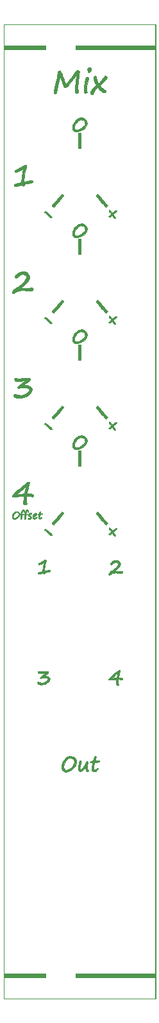
<source format=gbr>
G04 #@! TF.GenerationSoftware,KiCad,Pcbnew,(5.1.10)-1*
G04 #@! TF.CreationDate,2021-05-24T09:52:05+02:00*
G04 #@! TF.ProjectId,4CH Mixer Front,34434820-4d69-4786-9572-2046726f6e74,rev?*
G04 #@! TF.SameCoordinates,Original*
G04 #@! TF.FileFunction,Legend,Top*
G04 #@! TF.FilePolarity,Positive*
%FSLAX46Y46*%
G04 Gerber Fmt 4.6, Leading zero omitted, Abs format (unit mm)*
G04 Created by KiCad (PCBNEW (5.1.10)-1) date 2021-05-24 09:52:05*
%MOMM*%
%LPD*%
G01*
G04 APERTURE LIST*
%ADD10C,0.010000*%
G04 APERTURE END LIST*
D10*
G04 #@! TO.C,G\u002A\u002A\u002A*
G36*
X20018889Y-128512000D02*
G01*
X-18888Y-128512000D01*
X-18888Y-16222D01*
X9334Y-16222D01*
X9334Y-2753777D01*
X5512667Y-2753777D01*
X5512667Y-3261777D01*
X9334Y-3261777D01*
X9334Y-125238222D01*
X5512667Y-125238222D01*
X5512667Y-125746222D01*
X9334Y-125746222D01*
X9334Y-128483777D01*
X19990667Y-128483777D01*
X19990667Y-125746222D01*
X9492000Y-125746222D01*
X9492000Y-125238222D01*
X19990667Y-125238222D01*
X19990667Y-3261777D01*
X9492000Y-3261777D01*
X9492000Y-2753777D01*
X19990667Y-2753777D01*
X19990667Y-16222D01*
X9334Y-16222D01*
X-18888Y-16222D01*
X-18888Y12000D01*
X20018889Y12000D01*
X20018889Y-128512000D01*
G37*
X20018889Y-128512000D02*
X-18888Y-128512000D01*
X-18888Y-16222D01*
X9334Y-16222D01*
X9334Y-2753777D01*
X5512667Y-2753777D01*
X5512667Y-3261777D01*
X9334Y-3261777D01*
X9334Y-125238222D01*
X5512667Y-125238222D01*
X5512667Y-125746222D01*
X9334Y-125746222D01*
X9334Y-128483777D01*
X19990667Y-128483777D01*
X19990667Y-125746222D01*
X9492000Y-125746222D01*
X9492000Y-125238222D01*
X19990667Y-125238222D01*
X19990667Y-3261777D01*
X9492000Y-3261777D01*
X9492000Y-2753777D01*
X19990667Y-2753777D01*
X19990667Y-16222D01*
X9334Y-16222D01*
X-18888Y-16222D01*
X-18888Y12000D01*
X20018889Y12000D01*
X20018889Y-128512000D01*
G36*
X8792553Y-96541756D02*
G01*
X9022603Y-96569708D01*
X9209493Y-96630614D01*
X9356820Y-96725810D01*
X9398931Y-96766647D01*
X9487189Y-96901117D01*
X9536104Y-97066649D01*
X9546155Y-97254298D01*
X9517821Y-97455125D01*
X9451581Y-97660186D01*
X9347913Y-97860541D01*
X9339642Y-97873576D01*
X9238658Y-98007024D01*
X9106532Y-98147978D01*
X8958159Y-98283001D01*
X8808432Y-98398655D01*
X8672245Y-98481499D01*
X8658513Y-98488134D01*
X8516849Y-98540204D01*
X8359175Y-98575305D01*
X8201302Y-98592014D01*
X8059044Y-98588906D01*
X7948214Y-98564558D01*
X7925667Y-98554123D01*
X7814326Y-98479719D01*
X7725239Y-98384157D01*
X7645380Y-98256328D01*
X7586604Y-98092295D01*
X7570637Y-97910358D01*
X7826889Y-97910358D01*
X7849845Y-98031781D01*
X7909956Y-98154207D01*
X7994084Y-98253014D01*
X8020535Y-98273351D01*
X8139930Y-98330067D01*
X8271533Y-98342643D01*
X8422703Y-98310673D01*
X8583999Y-98242264D01*
X8754725Y-98136582D01*
X8907412Y-98003291D01*
X9038585Y-97849987D01*
X9144768Y-97684267D01*
X9222487Y-97513728D01*
X9268267Y-97345969D01*
X9278631Y-97188585D01*
X9250106Y-97049175D01*
X9180965Y-96937200D01*
X9053933Y-96838444D01*
X8900671Y-96777382D01*
X8737268Y-96757268D01*
X8579815Y-96781358D01*
X8522382Y-96803967D01*
X8383585Y-96894899D01*
X8244858Y-97029255D01*
X8114048Y-97194551D01*
X7999002Y-97378305D01*
X7907567Y-97568034D01*
X7847589Y-97751254D01*
X7826889Y-97910358D01*
X7570637Y-97910358D01*
X7570084Y-97904066D01*
X7592126Y-97700222D01*
X7649035Y-97489346D01*
X7737118Y-97280022D01*
X7852679Y-97080831D01*
X7992024Y-96900356D01*
X8151458Y-96747181D01*
X8327288Y-96629886D01*
X8350630Y-96617980D01*
X8439629Y-96576056D01*
X8510650Y-96550806D01*
X8582668Y-96538957D01*
X8674655Y-96537237D01*
X8792553Y-96541756D01*
G37*
X8792553Y-96541756D02*
X9022603Y-96569708D01*
X9209493Y-96630614D01*
X9356820Y-96725810D01*
X9398931Y-96766647D01*
X9487189Y-96901117D01*
X9536104Y-97066649D01*
X9546155Y-97254298D01*
X9517821Y-97455125D01*
X9451581Y-97660186D01*
X9347913Y-97860541D01*
X9339642Y-97873576D01*
X9238658Y-98007024D01*
X9106532Y-98147978D01*
X8958159Y-98283001D01*
X8808432Y-98398655D01*
X8672245Y-98481499D01*
X8658513Y-98488134D01*
X8516849Y-98540204D01*
X8359175Y-98575305D01*
X8201302Y-98592014D01*
X8059044Y-98588906D01*
X7948214Y-98564558D01*
X7925667Y-98554123D01*
X7814326Y-98479719D01*
X7725239Y-98384157D01*
X7645380Y-98256328D01*
X7586604Y-98092295D01*
X7570637Y-97910358D01*
X7826889Y-97910358D01*
X7849845Y-98031781D01*
X7909956Y-98154207D01*
X7994084Y-98253014D01*
X8020535Y-98273351D01*
X8139930Y-98330067D01*
X8271533Y-98342643D01*
X8422703Y-98310673D01*
X8583999Y-98242264D01*
X8754725Y-98136582D01*
X8907412Y-98003291D01*
X9038585Y-97849987D01*
X9144768Y-97684267D01*
X9222487Y-97513728D01*
X9268267Y-97345969D01*
X9278631Y-97188585D01*
X9250106Y-97049175D01*
X9180965Y-96937200D01*
X9053933Y-96838444D01*
X8900671Y-96777382D01*
X8737268Y-96757268D01*
X8579815Y-96781358D01*
X8522382Y-96803967D01*
X8383585Y-96894899D01*
X8244858Y-97029255D01*
X8114048Y-97194551D01*
X7999002Y-97378305D01*
X7907567Y-97568034D01*
X7847589Y-97751254D01*
X7826889Y-97910358D01*
X7570637Y-97910358D01*
X7570084Y-97904066D01*
X7592126Y-97700222D01*
X7649035Y-97489346D01*
X7737118Y-97280022D01*
X7852679Y-97080831D01*
X7992024Y-96900356D01*
X8151458Y-96747181D01*
X8327288Y-96629886D01*
X8350630Y-96617980D01*
X8439629Y-96576056D01*
X8510650Y-96550806D01*
X8582668Y-96538957D01*
X8674655Y-96537237D01*
X8792553Y-96541756D01*
G36*
X12102502Y-96550195D02*
G01*
X12140647Y-96595675D01*
X12148095Y-96678000D01*
X12126202Y-96802508D01*
X12112880Y-96853364D01*
X12079117Y-96979716D01*
X12063171Y-97060767D01*
X12066828Y-97105336D01*
X12091870Y-97122242D01*
X12140082Y-97120303D01*
X12166056Y-97116259D01*
X12256110Y-97105489D01*
X12370203Y-97097257D01*
X12436438Y-97094621D01*
X12551308Y-97099500D01*
X12616830Y-97123325D01*
X12637907Y-97169464D01*
X12626021Y-97224826D01*
X12609761Y-97251771D01*
X12577291Y-97271957D01*
X12518321Y-97288354D01*
X12422564Y-97303932D01*
X12297950Y-97319527D01*
X12171508Y-97336121D01*
X12066091Y-97353168D01*
X11994212Y-97368443D01*
X11969192Y-97377963D01*
X11952889Y-97415254D01*
X11929466Y-97494749D01*
X11901912Y-97603121D01*
X11873216Y-97727041D01*
X11846370Y-97853183D01*
X11824362Y-97968218D01*
X11810181Y-98058820D01*
X11806478Y-98103331D01*
X11824700Y-98200265D01*
X11872738Y-98274999D01*
X11939723Y-98312451D01*
X11958451Y-98314222D01*
X12013914Y-98298289D01*
X12095230Y-98256704D01*
X12176892Y-98203887D01*
X12290807Y-98127731D01*
X12369621Y-98089502D01*
X12418996Y-98088081D01*
X12444593Y-98122352D01*
X12449965Y-98149996D01*
X12433951Y-98225292D01*
X12378070Y-98313464D01*
X12293024Y-98402306D01*
X12189514Y-98479615D01*
X12134185Y-98510128D01*
X11998906Y-98553993D01*
X11856693Y-98564719D01*
X11732196Y-98540501D01*
X11730257Y-98539729D01*
X11670634Y-98498441D01*
X11617656Y-98437366D01*
X11585244Y-98348298D01*
X11571621Y-98214521D01*
X11576613Y-98044489D01*
X11600045Y-97846657D01*
X11633607Y-97666308D01*
X11656806Y-97550725D01*
X11672440Y-97457233D01*
X11678560Y-97398503D01*
X11676866Y-97385236D01*
X11642163Y-97377951D01*
X11574003Y-97377716D01*
X11554913Y-97378860D01*
X11454049Y-97368150D01*
X11385567Y-97324337D01*
X11358893Y-97254568D01*
X11360221Y-97231204D01*
X11371050Y-97199032D01*
X11400578Y-97178974D01*
X11461368Y-97166514D01*
X11565986Y-97157135D01*
X11566334Y-97157111D01*
X11763889Y-97143000D01*
X11828992Y-96903111D01*
X11869785Y-96755464D01*
X11901148Y-96653865D01*
X11927836Y-96589727D01*
X11954609Y-96554466D01*
X11986223Y-96539497D01*
X12027436Y-96536235D01*
X12032305Y-96536222D01*
X12102502Y-96550195D01*
G37*
X12102502Y-96550195D02*
X12140647Y-96595675D01*
X12148095Y-96678000D01*
X12126202Y-96802508D01*
X12112880Y-96853364D01*
X12079117Y-96979716D01*
X12063171Y-97060767D01*
X12066828Y-97105336D01*
X12091870Y-97122242D01*
X12140082Y-97120303D01*
X12166056Y-97116259D01*
X12256110Y-97105489D01*
X12370203Y-97097257D01*
X12436438Y-97094621D01*
X12551308Y-97099500D01*
X12616830Y-97123325D01*
X12637907Y-97169464D01*
X12626021Y-97224826D01*
X12609761Y-97251771D01*
X12577291Y-97271957D01*
X12518321Y-97288354D01*
X12422564Y-97303932D01*
X12297950Y-97319527D01*
X12171508Y-97336121D01*
X12066091Y-97353168D01*
X11994212Y-97368443D01*
X11969192Y-97377963D01*
X11952889Y-97415254D01*
X11929466Y-97494749D01*
X11901912Y-97603121D01*
X11873216Y-97727041D01*
X11846370Y-97853183D01*
X11824362Y-97968218D01*
X11810181Y-98058820D01*
X11806478Y-98103331D01*
X11824700Y-98200265D01*
X11872738Y-98274999D01*
X11939723Y-98312451D01*
X11958451Y-98314222D01*
X12013914Y-98298289D01*
X12095230Y-98256704D01*
X12176892Y-98203887D01*
X12290807Y-98127731D01*
X12369621Y-98089502D01*
X12418996Y-98088081D01*
X12444593Y-98122352D01*
X12449965Y-98149996D01*
X12433951Y-98225292D01*
X12378070Y-98313464D01*
X12293024Y-98402306D01*
X12189514Y-98479615D01*
X12134185Y-98510128D01*
X11998906Y-98553993D01*
X11856693Y-98564719D01*
X11732196Y-98540501D01*
X11730257Y-98539729D01*
X11670634Y-98498441D01*
X11617656Y-98437366D01*
X11585244Y-98348298D01*
X11571621Y-98214521D01*
X11576613Y-98044489D01*
X11600045Y-97846657D01*
X11633607Y-97666308D01*
X11656806Y-97550725D01*
X11672440Y-97457233D01*
X11678560Y-97398503D01*
X11676866Y-97385236D01*
X11642163Y-97377951D01*
X11574003Y-97377716D01*
X11554913Y-97378860D01*
X11454049Y-97368150D01*
X11385567Y-97324337D01*
X11358893Y-97254568D01*
X11360221Y-97231204D01*
X11371050Y-97199032D01*
X11400578Y-97178974D01*
X11461368Y-97166514D01*
X11565986Y-97157135D01*
X11566334Y-97157111D01*
X11763889Y-97143000D01*
X11828992Y-96903111D01*
X11869785Y-96755464D01*
X11901148Y-96653865D01*
X11927836Y-96589727D01*
X11954609Y-96554466D01*
X11986223Y-96539497D01*
X12027436Y-96536235D01*
X12032305Y-96536222D01*
X12102502Y-96550195D01*
G36*
X10135109Y-97103969D02*
G01*
X10182363Y-97149909D01*
X10197713Y-97238131D01*
X10181243Y-97364409D01*
X10133036Y-97524519D01*
X10126488Y-97542187D01*
X10062424Y-97736861D01*
X10024018Y-97908640D01*
X10011253Y-98052073D01*
X10024108Y-98161705D01*
X10062566Y-98232083D01*
X10126609Y-98257755D01*
X10128915Y-98257777D01*
X10204258Y-98233767D01*
X10296146Y-98167530D01*
X10396765Y-98067760D01*
X10498305Y-97943149D01*
X10592953Y-97802391D01*
X10672897Y-97654179D01*
X10674584Y-97650572D01*
X10749919Y-97488961D01*
X10805700Y-97371369D01*
X10846558Y-97290814D01*
X10877121Y-97240313D01*
X10902021Y-97212885D01*
X10925887Y-97201546D01*
X10953348Y-97199315D01*
X10973722Y-97199444D01*
X11030334Y-97204693D01*
X11052854Y-97231841D01*
X11055429Y-97297992D01*
X11055422Y-97298222D01*
X11049225Y-97368779D01*
X11034976Y-97477055D01*
X11015139Y-97605313D01*
X11002512Y-97679222D01*
X10979274Y-97822355D01*
X10968496Y-97928407D01*
X10969493Y-98015191D01*
X10981583Y-98100518D01*
X10985602Y-98120565D01*
X11013418Y-98217658D01*
X11049576Y-98297277D01*
X11073790Y-98329551D01*
X11121810Y-98398229D01*
X11119121Y-98461978D01*
X11071301Y-98511618D01*
X10983927Y-98537974D01*
X10945920Y-98540000D01*
X10893593Y-98529130D01*
X10852958Y-98487762D01*
X10817685Y-98420055D01*
X10781687Y-98306476D01*
X10763420Y-98178469D01*
X10762620Y-98151944D01*
X10757820Y-98069155D01*
X10746155Y-98015376D01*
X10736080Y-98003777D01*
X10706066Y-98025624D01*
X10663592Y-98079939D01*
X10651615Y-98098505D01*
X10589772Y-98180880D01*
X10503531Y-98273964D01*
X10407386Y-98364224D01*
X10315828Y-98438127D01*
X10243349Y-98482141D01*
X10238831Y-98483957D01*
X10127508Y-98508566D01*
X10014843Y-98505429D01*
X9941993Y-98482718D01*
X9874786Y-98416169D01*
X9828797Y-98304595D01*
X9804782Y-98155581D01*
X9803497Y-97976706D01*
X9825697Y-97775553D01*
X9856271Y-97622777D01*
X9884251Y-97497890D01*
X9908688Y-97377083D01*
X9924803Y-97284138D01*
X9926043Y-97275307D01*
X9939176Y-97195311D01*
X9952588Y-97140098D01*
X9956642Y-97130547D01*
X10004620Y-97099310D01*
X10079385Y-97092129D01*
X10135109Y-97103969D01*
G37*
X10135109Y-97103969D02*
X10182363Y-97149909D01*
X10197713Y-97238131D01*
X10181243Y-97364409D01*
X10133036Y-97524519D01*
X10126488Y-97542187D01*
X10062424Y-97736861D01*
X10024018Y-97908640D01*
X10011253Y-98052073D01*
X10024108Y-98161705D01*
X10062566Y-98232083D01*
X10126609Y-98257755D01*
X10128915Y-98257777D01*
X10204258Y-98233767D01*
X10296146Y-98167530D01*
X10396765Y-98067760D01*
X10498305Y-97943149D01*
X10592953Y-97802391D01*
X10672897Y-97654179D01*
X10674584Y-97650572D01*
X10749919Y-97488961D01*
X10805700Y-97371369D01*
X10846558Y-97290814D01*
X10877121Y-97240313D01*
X10902021Y-97212885D01*
X10925887Y-97201546D01*
X10953348Y-97199315D01*
X10973722Y-97199444D01*
X11030334Y-97204693D01*
X11052854Y-97231841D01*
X11055429Y-97297992D01*
X11055422Y-97298222D01*
X11049225Y-97368779D01*
X11034976Y-97477055D01*
X11015139Y-97605313D01*
X11002512Y-97679222D01*
X10979274Y-97822355D01*
X10968496Y-97928407D01*
X10969493Y-98015191D01*
X10981583Y-98100518D01*
X10985602Y-98120565D01*
X11013418Y-98217658D01*
X11049576Y-98297277D01*
X11073790Y-98329551D01*
X11121810Y-98398229D01*
X11119121Y-98461978D01*
X11071301Y-98511618D01*
X10983927Y-98537974D01*
X10945920Y-98540000D01*
X10893593Y-98529130D01*
X10852958Y-98487762D01*
X10817685Y-98420055D01*
X10781687Y-98306476D01*
X10763420Y-98178469D01*
X10762620Y-98151944D01*
X10757820Y-98069155D01*
X10746155Y-98015376D01*
X10736080Y-98003777D01*
X10706066Y-98025624D01*
X10663592Y-98079939D01*
X10651615Y-98098505D01*
X10589772Y-98180880D01*
X10503531Y-98273964D01*
X10407386Y-98364224D01*
X10315828Y-98438127D01*
X10243349Y-98482141D01*
X10238831Y-98483957D01*
X10127508Y-98508566D01*
X10014843Y-98505429D01*
X9941993Y-98482718D01*
X9874786Y-98416169D01*
X9828797Y-98304595D01*
X9804782Y-98155581D01*
X9803497Y-97976706D01*
X9825697Y-97775553D01*
X9856271Y-97622777D01*
X9884251Y-97497890D01*
X9908688Y-97377083D01*
X9924803Y-97284138D01*
X9926043Y-97275307D01*
X9939176Y-97195311D01*
X9952588Y-97140098D01*
X9956642Y-97130547D01*
X10004620Y-97099310D01*
X10079385Y-97092129D01*
X10135109Y-97103969D01*
G36*
X15297247Y-85161630D02*
G01*
X15325033Y-85172513D01*
X15324537Y-85204277D01*
X15312375Y-85281350D01*
X15290362Y-85394232D01*
X15260311Y-85533419D01*
X15235691Y-85640457D01*
X15200919Y-85794786D01*
X15173006Y-85931850D01*
X15153802Y-86041415D01*
X15145162Y-86113246D01*
X15146171Y-86135082D01*
X15169360Y-86159244D01*
X15223085Y-86172928D01*
X15318272Y-86178327D01*
X15363192Y-86178666D01*
X15501769Y-86183378D01*
X15593180Y-86200464D01*
X15646143Y-86234348D01*
X15669373Y-86289457D01*
X15672667Y-86335767D01*
X15664189Y-86407542D01*
X15632854Y-86444444D01*
X15569815Y-86449760D01*
X15466220Y-86426778D01*
X15444597Y-86420489D01*
X15337379Y-86394601D01*
X15232751Y-86378661D01*
X15190106Y-86376222D01*
X15128067Y-86378945D01*
X15093071Y-86396434D01*
X15071905Y-86442665D01*
X15053747Y-86520448D01*
X15039362Y-86629243D01*
X15037810Y-86745844D01*
X15047882Y-86852168D01*
X15068371Y-86930133D01*
X15082648Y-86953366D01*
X15106067Y-87011947D01*
X15100232Y-87084870D01*
X15074356Y-87132577D01*
X15011154Y-87161723D01*
X14928856Y-87161627D01*
X14855847Y-87133571D01*
X14842127Y-87122095D01*
X14814784Y-87061580D01*
X14801328Y-86952787D01*
X14801979Y-86802202D01*
X14816957Y-86616314D01*
X14823212Y-86563102D01*
X14843883Y-86397204D01*
X14602108Y-86413874D01*
X14452543Y-86426191D01*
X14289125Y-86442723D01*
X14146255Y-86459980D01*
X14141305Y-86460656D01*
X13983674Y-86473841D01*
X13875973Y-86463009D01*
X13818240Y-86427881D01*
X13810509Y-86368181D01*
X13852817Y-86283632D01*
X13914080Y-86210900D01*
X14294546Y-86210900D01*
X14315780Y-86220975D01*
X14386584Y-86222717D01*
X14500742Y-86216406D01*
X14652043Y-86202324D01*
X14762393Y-86189739D01*
X14843993Y-86173049D01*
X14884830Y-86143031D01*
X14896573Y-86113453D01*
X14909631Y-86057378D01*
X14931347Y-85964302D01*
X14957529Y-85852189D01*
X14963674Y-85825888D01*
X14986862Y-85720645D01*
X15002290Y-85638634D01*
X15007486Y-85593487D01*
X15006600Y-85589068D01*
X14981311Y-85600278D01*
X14923234Y-85642617D01*
X14840834Y-85708692D01*
X14742578Y-85791108D01*
X14636932Y-85882473D01*
X14532363Y-85975393D01*
X14437336Y-86062474D01*
X14360317Y-86136323D01*
X14309774Y-86189546D01*
X14294546Y-86210900D01*
X13914080Y-86210900D01*
X13945199Y-86173957D01*
X14087692Y-86038879D01*
X14209398Y-85935518D01*
X14316682Y-85847002D01*
X14448445Y-85737745D01*
X14585944Y-85623308D01*
X14682266Y-85542851D01*
X14839611Y-85412010D01*
X14960738Y-85313767D01*
X15052017Y-85243675D01*
X15119813Y-85197285D01*
X15170497Y-85170149D01*
X15210435Y-85157819D01*
X15236632Y-85155611D01*
X15297247Y-85161630D01*
G37*
X15297247Y-85161630D02*
X15325033Y-85172513D01*
X15324537Y-85204277D01*
X15312375Y-85281350D01*
X15290362Y-85394232D01*
X15260311Y-85533419D01*
X15235691Y-85640457D01*
X15200919Y-85794786D01*
X15173006Y-85931850D01*
X15153802Y-86041415D01*
X15145162Y-86113246D01*
X15146171Y-86135082D01*
X15169360Y-86159244D01*
X15223085Y-86172928D01*
X15318272Y-86178327D01*
X15363192Y-86178666D01*
X15501769Y-86183378D01*
X15593180Y-86200464D01*
X15646143Y-86234348D01*
X15669373Y-86289457D01*
X15672667Y-86335767D01*
X15664189Y-86407542D01*
X15632854Y-86444444D01*
X15569815Y-86449760D01*
X15466220Y-86426778D01*
X15444597Y-86420489D01*
X15337379Y-86394601D01*
X15232751Y-86378661D01*
X15190106Y-86376222D01*
X15128067Y-86378945D01*
X15093071Y-86396434D01*
X15071905Y-86442665D01*
X15053747Y-86520448D01*
X15039362Y-86629243D01*
X15037810Y-86745844D01*
X15047882Y-86852168D01*
X15068371Y-86930133D01*
X15082648Y-86953366D01*
X15106067Y-87011947D01*
X15100232Y-87084870D01*
X15074356Y-87132577D01*
X15011154Y-87161723D01*
X14928856Y-87161627D01*
X14855847Y-87133571D01*
X14842127Y-87122095D01*
X14814784Y-87061580D01*
X14801328Y-86952787D01*
X14801979Y-86802202D01*
X14816957Y-86616314D01*
X14823212Y-86563102D01*
X14843883Y-86397204D01*
X14602108Y-86413874D01*
X14452543Y-86426191D01*
X14289125Y-86442723D01*
X14146255Y-86459980D01*
X14141305Y-86460656D01*
X13983674Y-86473841D01*
X13875973Y-86463009D01*
X13818240Y-86427881D01*
X13810509Y-86368181D01*
X13852817Y-86283632D01*
X13914080Y-86210900D01*
X14294546Y-86210900D01*
X14315780Y-86220975D01*
X14386584Y-86222717D01*
X14500742Y-86216406D01*
X14652043Y-86202324D01*
X14762393Y-86189739D01*
X14843993Y-86173049D01*
X14884830Y-86143031D01*
X14896573Y-86113453D01*
X14909631Y-86057378D01*
X14931347Y-85964302D01*
X14957529Y-85852189D01*
X14963674Y-85825888D01*
X14986862Y-85720645D01*
X15002290Y-85638634D01*
X15007486Y-85593487D01*
X15006600Y-85589068D01*
X14981311Y-85600278D01*
X14923234Y-85642617D01*
X14840834Y-85708692D01*
X14742578Y-85791108D01*
X14636932Y-85882473D01*
X14532363Y-85975393D01*
X14437336Y-86062474D01*
X14360317Y-86136323D01*
X14309774Y-86189546D01*
X14294546Y-86210900D01*
X13914080Y-86210900D01*
X13945199Y-86173957D01*
X14087692Y-86038879D01*
X14209398Y-85935518D01*
X14316682Y-85847002D01*
X14448445Y-85737745D01*
X14585944Y-85623308D01*
X14682266Y-85542851D01*
X14839611Y-85412010D01*
X14960738Y-85313767D01*
X15052017Y-85243675D01*
X15119813Y-85197285D01*
X15170497Y-85170149D01*
X15210435Y-85157819D01*
X15236632Y-85155611D01*
X15297247Y-85161630D01*
G36*
X4681686Y-85326765D02*
G01*
X4726846Y-85343872D01*
X4781605Y-85361313D01*
X4849163Y-85369992D01*
X4942021Y-85370286D01*
X5072675Y-85362573D01*
X5147545Y-85356555D01*
X5302039Y-85345842D01*
X5459356Y-85338840D01*
X5597466Y-85336349D01*
X5668864Y-85337627D01*
X5865445Y-85346111D01*
X5865445Y-85443453D01*
X5860285Y-85491669D01*
X5840413Y-85536702D01*
X5799241Y-85584645D01*
X5730182Y-85641590D01*
X5626645Y-85713630D01*
X5482045Y-85806859D01*
X5451944Y-85825859D01*
X5272778Y-85938718D01*
X5494041Y-85958804D01*
X5616257Y-85975255D01*
X5730498Y-85999729D01*
X5813512Y-86027161D01*
X5818225Y-86029389D01*
X5911476Y-86095017D01*
X5989522Y-86185210D01*
X6038766Y-86281718D01*
X6048889Y-86339000D01*
X6026150Y-86445990D01*
X5964509Y-86568475D01*
X5873831Y-86693531D01*
X5763983Y-86808230D01*
X5644829Y-86899648D01*
X5602452Y-86923908D01*
X5434204Y-86990825D01*
X5231137Y-87040688D01*
X5012757Y-87071081D01*
X4798572Y-87079585D01*
X4608090Y-87063786D01*
X4556519Y-87053485D01*
X4473618Y-87022800D01*
X4429278Y-86970932D01*
X4413248Y-86883370D01*
X4412433Y-86849482D01*
X4418599Y-86776372D01*
X4444609Y-86740289D01*
X4478548Y-86727484D01*
X4546674Y-86727765D01*
X4632936Y-86749335D01*
X4654937Y-86757970D01*
X4779455Y-86807540D01*
X4878137Y-86833205D01*
X4974859Y-86837786D01*
X5093500Y-86824106D01*
X5143575Y-86815708D01*
X5338568Y-86770487D01*
X5492373Y-86707126D01*
X5619120Y-86618703D01*
X5690981Y-86547518D01*
X5763672Y-86454514D01*
X5790356Y-86381519D01*
X5772557Y-86318097D01*
X5731389Y-86270957D01*
X5624585Y-86205820D01*
X5481126Y-86165837D01*
X5315550Y-86152394D01*
X5142398Y-86166874D01*
X5002030Y-86201529D01*
X4875650Y-86235935D01*
X4794180Y-86238396D01*
X4755385Y-86208009D01*
X4757031Y-86143868D01*
X4769008Y-86107264D01*
X4797218Y-86072290D01*
X4861059Y-86011185D01*
X4951398Y-85932205D01*
X5059105Y-85843603D01*
X5072397Y-85833006D01*
X5207494Y-85724040D01*
X5299703Y-85645295D01*
X5351752Y-85593746D01*
X5366365Y-85566364D01*
X5346267Y-85560123D01*
X5311834Y-85567019D01*
X5257210Y-85575664D01*
X5160612Y-85585478D01*
X5036457Y-85595161D01*
X4920000Y-85602320D01*
X4753086Y-85608639D01*
X4634576Y-85603736D01*
X4556836Y-85583152D01*
X4512232Y-85542426D01*
X4493131Y-85477099D01*
X4491898Y-85382710D01*
X4493543Y-85353166D01*
X4519522Y-85314087D01*
X4585032Y-85305175D01*
X4681686Y-85326765D01*
G37*
X4681686Y-85326765D02*
X4726846Y-85343872D01*
X4781605Y-85361313D01*
X4849163Y-85369992D01*
X4942021Y-85370286D01*
X5072675Y-85362573D01*
X5147545Y-85356555D01*
X5302039Y-85345842D01*
X5459356Y-85338840D01*
X5597466Y-85336349D01*
X5668864Y-85337627D01*
X5865445Y-85346111D01*
X5865445Y-85443453D01*
X5860285Y-85491669D01*
X5840413Y-85536702D01*
X5799241Y-85584645D01*
X5730182Y-85641590D01*
X5626645Y-85713630D01*
X5482045Y-85806859D01*
X5451944Y-85825859D01*
X5272778Y-85938718D01*
X5494041Y-85958804D01*
X5616257Y-85975255D01*
X5730498Y-85999729D01*
X5813512Y-86027161D01*
X5818225Y-86029389D01*
X5911476Y-86095017D01*
X5989522Y-86185210D01*
X6038766Y-86281718D01*
X6048889Y-86339000D01*
X6026150Y-86445990D01*
X5964509Y-86568475D01*
X5873831Y-86693531D01*
X5763983Y-86808230D01*
X5644829Y-86899648D01*
X5602452Y-86923908D01*
X5434204Y-86990825D01*
X5231137Y-87040688D01*
X5012757Y-87071081D01*
X4798572Y-87079585D01*
X4608090Y-87063786D01*
X4556519Y-87053485D01*
X4473618Y-87022800D01*
X4429278Y-86970932D01*
X4413248Y-86883370D01*
X4412433Y-86849482D01*
X4418599Y-86776372D01*
X4444609Y-86740289D01*
X4478548Y-86727484D01*
X4546674Y-86727765D01*
X4632936Y-86749335D01*
X4654937Y-86757970D01*
X4779455Y-86807540D01*
X4878137Y-86833205D01*
X4974859Y-86837786D01*
X5093500Y-86824106D01*
X5143575Y-86815708D01*
X5338568Y-86770487D01*
X5492373Y-86707126D01*
X5619120Y-86618703D01*
X5690981Y-86547518D01*
X5763672Y-86454514D01*
X5790356Y-86381519D01*
X5772557Y-86318097D01*
X5731389Y-86270957D01*
X5624585Y-86205820D01*
X5481126Y-86165837D01*
X5315550Y-86152394D01*
X5142398Y-86166874D01*
X5002030Y-86201529D01*
X4875650Y-86235935D01*
X4794180Y-86238396D01*
X4755385Y-86208009D01*
X4757031Y-86143868D01*
X4769008Y-86107264D01*
X4797218Y-86072290D01*
X4861059Y-86011185D01*
X4951398Y-85932205D01*
X5059105Y-85843603D01*
X5072397Y-85833006D01*
X5207494Y-85724040D01*
X5299703Y-85645295D01*
X5351752Y-85593746D01*
X5366365Y-85566364D01*
X5346267Y-85560123D01*
X5311834Y-85567019D01*
X5257210Y-85575664D01*
X5160612Y-85585478D01*
X5036457Y-85595161D01*
X4920000Y-85602320D01*
X4753086Y-85608639D01*
X4634576Y-85603736D01*
X4556836Y-85583152D01*
X4512232Y-85542426D01*
X4493131Y-85477099D01*
X4491898Y-85382710D01*
X4493543Y-85353166D01*
X4519522Y-85314087D01*
X4585032Y-85305175D01*
X4681686Y-85326765D01*
G36*
X14939205Y-70659789D02*
G01*
X15011659Y-70672554D01*
X15068658Y-70700932D01*
X15110802Y-70733500D01*
X15197836Y-70822199D01*
X15275493Y-70928497D01*
X15333399Y-71035514D01*
X15361183Y-71126371D01*
X15362223Y-71142685D01*
X15340730Y-71248841D01*
X15281003Y-71378739D01*
X15190168Y-71522533D01*
X15075348Y-71670372D01*
X14943671Y-71812408D01*
X14802261Y-71938792D01*
X14765731Y-71967158D01*
X14679335Y-72035171D01*
X14635431Y-72078844D01*
X14628933Y-72104202D01*
X14642065Y-72113605D01*
X14684929Y-72118808D01*
X14773809Y-72121781D01*
X14898319Y-72122441D01*
X15048073Y-72120705D01*
X15169264Y-72117822D01*
X15353683Y-72113033D01*
X15488675Y-72112090D01*
X15581222Y-72116810D01*
X15638302Y-72129011D01*
X15666899Y-72150512D01*
X15673993Y-72183130D01*
X15666564Y-72228684D01*
X15662276Y-72246224D01*
X15629550Y-72307201D01*
X15563950Y-72348541D01*
X15460868Y-72370928D01*
X15315694Y-72375045D01*
X15123821Y-72361575D01*
X14989569Y-72346005D01*
X14823547Y-72330016D01*
X14681358Y-72330404D01*
X14532757Y-72347368D01*
X14521991Y-72349076D01*
X14370325Y-72378001D01*
X14260075Y-72411987D01*
X14176229Y-72457406D01*
X14103775Y-72520627D01*
X14094359Y-72530540D01*
X14026667Y-72577824D01*
X13943730Y-72603834D01*
X13867652Y-72604039D01*
X13828815Y-72584962D01*
X13816165Y-72546456D01*
X13810093Y-72477153D01*
X13810000Y-72467236D01*
X13837513Y-72369073D01*
X13918614Y-72264118D01*
X14051147Y-72154444D01*
X14232955Y-72042123D01*
X14276625Y-72018692D01*
X14430843Y-71924694D01*
X14586725Y-71806616D01*
X14735152Y-71673711D01*
X14867001Y-71535235D01*
X14973153Y-71400445D01*
X15044487Y-71278594D01*
X15066359Y-71217306D01*
X15068738Y-71158948D01*
X15040094Y-71098129D01*
X14992212Y-71038201D01*
X14900483Y-70947735D01*
X14818782Y-70904574D01*
X14733347Y-70904836D01*
X14641309Y-70939270D01*
X14549341Y-70992875D01*
X14447005Y-71065633D01*
X14393518Y-71109527D01*
X14280018Y-71194748D01*
X14183684Y-71237589D01*
X14109685Y-71236659D01*
X14066603Y-71197529D01*
X14039065Y-71127460D01*
X14043750Y-71066894D01*
X14085928Y-71005463D01*
X14170867Y-70932796D01*
X14219049Y-70897508D01*
X14374617Y-70792820D01*
X14504526Y-70722176D01*
X14623220Y-70679898D01*
X14745145Y-70660311D01*
X14830891Y-70657064D01*
X14939205Y-70659789D01*
G37*
X14939205Y-70659789D02*
X15011659Y-70672554D01*
X15068658Y-70700932D01*
X15110802Y-70733500D01*
X15197836Y-70822199D01*
X15275493Y-70928497D01*
X15333399Y-71035514D01*
X15361183Y-71126371D01*
X15362223Y-71142685D01*
X15340730Y-71248841D01*
X15281003Y-71378739D01*
X15190168Y-71522533D01*
X15075348Y-71670372D01*
X14943671Y-71812408D01*
X14802261Y-71938792D01*
X14765731Y-71967158D01*
X14679335Y-72035171D01*
X14635431Y-72078844D01*
X14628933Y-72104202D01*
X14642065Y-72113605D01*
X14684929Y-72118808D01*
X14773809Y-72121781D01*
X14898319Y-72122441D01*
X15048073Y-72120705D01*
X15169264Y-72117822D01*
X15353683Y-72113033D01*
X15488675Y-72112090D01*
X15581222Y-72116810D01*
X15638302Y-72129011D01*
X15666899Y-72150512D01*
X15673993Y-72183130D01*
X15666564Y-72228684D01*
X15662276Y-72246224D01*
X15629550Y-72307201D01*
X15563950Y-72348541D01*
X15460868Y-72370928D01*
X15315694Y-72375045D01*
X15123821Y-72361575D01*
X14989569Y-72346005D01*
X14823547Y-72330016D01*
X14681358Y-72330404D01*
X14532757Y-72347368D01*
X14521991Y-72349076D01*
X14370325Y-72378001D01*
X14260075Y-72411987D01*
X14176229Y-72457406D01*
X14103775Y-72520627D01*
X14094359Y-72530540D01*
X14026667Y-72577824D01*
X13943730Y-72603834D01*
X13867652Y-72604039D01*
X13828815Y-72584962D01*
X13816165Y-72546456D01*
X13810093Y-72477153D01*
X13810000Y-72467236D01*
X13837513Y-72369073D01*
X13918614Y-72264118D01*
X14051147Y-72154444D01*
X14232955Y-72042123D01*
X14276625Y-72018692D01*
X14430843Y-71924694D01*
X14586725Y-71806616D01*
X14735152Y-71673711D01*
X14867001Y-71535235D01*
X14973153Y-71400445D01*
X15044487Y-71278594D01*
X15066359Y-71217306D01*
X15068738Y-71158948D01*
X15040094Y-71098129D01*
X14992212Y-71038201D01*
X14900483Y-70947735D01*
X14818782Y-70904574D01*
X14733347Y-70904836D01*
X14641309Y-70939270D01*
X14549341Y-70992875D01*
X14447005Y-71065633D01*
X14393518Y-71109527D01*
X14280018Y-71194748D01*
X14183684Y-71237589D01*
X14109685Y-71236659D01*
X14066603Y-71197529D01*
X14039065Y-71127460D01*
X14043750Y-71066894D01*
X14085928Y-71005463D01*
X14170867Y-70932796D01*
X14219049Y-70897508D01*
X14374617Y-70792820D01*
X14504526Y-70722176D01*
X14623220Y-70679898D01*
X14745145Y-70660311D01*
X14830891Y-70657064D01*
X14939205Y-70659789D01*
G36*
X5514411Y-70623700D02*
G01*
X5548092Y-70685591D01*
X5551751Y-70771860D01*
X5528720Y-70852941D01*
X5496906Y-70943245D01*
X5463640Y-71067375D01*
X5430529Y-71215267D01*
X5399179Y-71376854D01*
X5371195Y-71542071D01*
X5348184Y-71700853D01*
X5331750Y-71843133D01*
X5323501Y-71958846D01*
X5325041Y-72037928D01*
X5334804Y-72068443D01*
X5371215Y-72072097D01*
X5447091Y-72062948D01*
X5547419Y-72042960D01*
X5569112Y-72037830D01*
X5696376Y-72009209D01*
X5824979Y-71983941D01*
X5925124Y-71967783D01*
X6010096Y-71958669D01*
X6054817Y-71963257D01*
X6074822Y-71986662D01*
X6082974Y-72019757D01*
X6086210Y-72091111D01*
X6058293Y-72141117D01*
X5991126Y-72176551D01*
X5876611Y-72204194D01*
X5858821Y-72207394D01*
X5683768Y-72238275D01*
X5556638Y-72261811D01*
X5469768Y-72280444D01*
X5415491Y-72296623D01*
X5386143Y-72312791D01*
X5374059Y-72331396D01*
X5371575Y-72354882D01*
X5371556Y-72362870D01*
X5349041Y-72425148D01*
X5292840Y-72458481D01*
X5219970Y-72458727D01*
X5147449Y-72421746D01*
X5143588Y-72418351D01*
X5112879Y-72396499D01*
X5075302Y-72389747D01*
X5015982Y-72398790D01*
X4920048Y-72424319D01*
X4901477Y-72429643D01*
X4757688Y-72469298D01*
X4655521Y-72492345D01*
X4583200Y-72500474D01*
X4528950Y-72495371D01*
X4501157Y-72487026D01*
X4451704Y-72444561D01*
X4435853Y-72381042D01*
X4452933Y-72318510D01*
X4502272Y-72279005D01*
X4507542Y-72277512D01*
X4564795Y-72263299D01*
X4659941Y-72239835D01*
X4776049Y-72211292D01*
X4824671Y-72199363D01*
X5074481Y-72138111D01*
X5093078Y-72011111D01*
X5131503Y-71745612D01*
X5164264Y-71512936D01*
X5190822Y-71317219D01*
X5210639Y-71162594D01*
X5223176Y-71053198D01*
X5227895Y-70993167D01*
X5226959Y-70982686D01*
X5199633Y-70991334D01*
X5136992Y-71023454D01*
X5051547Y-71072534D01*
X5033965Y-71083120D01*
X4882678Y-71165143D01*
X4746472Y-71220350D01*
X4636008Y-71244924D01*
X4586264Y-71243329D01*
X4548075Y-71209536D01*
X4539000Y-71149946D01*
X4544449Y-71101652D01*
X4568519Y-71064900D01*
X4622798Y-71028479D01*
X4708334Y-70986115D01*
X4808271Y-70935976D01*
X4935772Y-70867521D01*
X5070275Y-70791930D01*
X5136550Y-70753282D01*
X5249332Y-70689689D01*
X5349502Y-70638978D01*
X5424099Y-70607393D01*
X5454748Y-70600000D01*
X5514411Y-70623700D01*
G37*
X5514411Y-70623700D02*
X5548092Y-70685591D01*
X5551751Y-70771860D01*
X5528720Y-70852941D01*
X5496906Y-70943245D01*
X5463640Y-71067375D01*
X5430529Y-71215267D01*
X5399179Y-71376854D01*
X5371195Y-71542071D01*
X5348184Y-71700853D01*
X5331750Y-71843133D01*
X5323501Y-71958846D01*
X5325041Y-72037928D01*
X5334804Y-72068443D01*
X5371215Y-72072097D01*
X5447091Y-72062948D01*
X5547419Y-72042960D01*
X5569112Y-72037830D01*
X5696376Y-72009209D01*
X5824979Y-71983941D01*
X5925124Y-71967783D01*
X6010096Y-71958669D01*
X6054817Y-71963257D01*
X6074822Y-71986662D01*
X6082974Y-72019757D01*
X6086210Y-72091111D01*
X6058293Y-72141117D01*
X5991126Y-72176551D01*
X5876611Y-72204194D01*
X5858821Y-72207394D01*
X5683768Y-72238275D01*
X5556638Y-72261811D01*
X5469768Y-72280444D01*
X5415491Y-72296623D01*
X5386143Y-72312791D01*
X5374059Y-72331396D01*
X5371575Y-72354882D01*
X5371556Y-72362870D01*
X5349041Y-72425148D01*
X5292840Y-72458481D01*
X5219970Y-72458727D01*
X5147449Y-72421746D01*
X5143588Y-72418351D01*
X5112879Y-72396499D01*
X5075302Y-72389747D01*
X5015982Y-72398790D01*
X4920048Y-72424319D01*
X4901477Y-72429643D01*
X4757688Y-72469298D01*
X4655521Y-72492345D01*
X4583200Y-72500474D01*
X4528950Y-72495371D01*
X4501157Y-72487026D01*
X4451704Y-72444561D01*
X4435853Y-72381042D01*
X4452933Y-72318510D01*
X4502272Y-72279005D01*
X4507542Y-72277512D01*
X4564795Y-72263299D01*
X4659941Y-72239835D01*
X4776049Y-72211292D01*
X4824671Y-72199363D01*
X5074481Y-72138111D01*
X5093078Y-72011111D01*
X5131503Y-71745612D01*
X5164264Y-71512936D01*
X5190822Y-71317219D01*
X5210639Y-71162594D01*
X5223176Y-71053198D01*
X5227895Y-70993167D01*
X5226959Y-70982686D01*
X5199633Y-70991334D01*
X5136992Y-71023454D01*
X5051547Y-71072534D01*
X5033965Y-71083120D01*
X4882678Y-71165143D01*
X4746472Y-71220350D01*
X4636008Y-71244924D01*
X4586264Y-71243329D01*
X4548075Y-71209536D01*
X4539000Y-71149946D01*
X4544449Y-71101652D01*
X4568519Y-71064900D01*
X4622798Y-71028479D01*
X4708334Y-70986115D01*
X4808271Y-70935976D01*
X4935772Y-70867521D01*
X5070275Y-70791930D01*
X5136550Y-70753282D01*
X5249332Y-70689689D01*
X5349502Y-70638978D01*
X5424099Y-70607393D01*
X5454748Y-70600000D01*
X5514411Y-70623700D01*
G36*
X13964265Y-66384315D02*
G01*
X14002310Y-66415432D01*
X14058638Y-66480447D01*
X14121348Y-66565565D01*
X14124031Y-66569503D01*
X14185570Y-66654535D01*
X14239765Y-66719651D01*
X14275374Y-66751406D01*
X14276555Y-66751912D01*
X14314092Y-66741247D01*
X14382420Y-66699854D01*
X14470480Y-66634878D01*
X14519445Y-66594946D01*
X14646305Y-66496220D01*
X14743319Y-66440204D01*
X14815291Y-66425055D01*
X14867029Y-66448930D01*
X14875501Y-66458388D01*
X14892641Y-66502402D01*
X14874019Y-66554355D01*
X14815374Y-66620259D01*
X14712442Y-66706125D01*
X14684889Y-66727189D01*
X14593738Y-66798137D01*
X14517279Y-66861298D01*
X14469355Y-66905145D01*
X14463938Y-66911149D01*
X14445840Y-66936444D01*
X14441512Y-66962392D01*
X14455605Y-66998846D01*
X14492774Y-67055663D01*
X14557673Y-67142696D01*
X14598476Y-67196058D01*
X14671402Y-67303918D01*
X14699624Y-67381214D01*
X14683251Y-67431704D01*
X14622390Y-67459143D01*
X14606138Y-67462012D01*
X14568333Y-67455418D01*
X14524459Y-67419414D01*
X14466905Y-67346377D01*
X14415970Y-67271512D01*
X14353939Y-67180806D01*
X14302354Y-67111708D01*
X14269618Y-67075240D01*
X14264055Y-67072222D01*
X14234606Y-67090355D01*
X14177679Y-67137781D01*
X14109155Y-67200881D01*
X14023208Y-67276205D01*
X13958485Y-67313837D01*
X13902169Y-67321110D01*
X13899495Y-67320826D01*
X13836185Y-67292944D01*
X13812298Y-67241187D01*
X13831658Y-67185036D01*
X13867229Y-67156469D01*
X13926098Y-67117322D01*
X13997483Y-67059692D01*
X14067526Y-66996236D01*
X14122371Y-66939614D01*
X14148161Y-66902485D01*
X14148667Y-66899359D01*
X14130756Y-66868168D01*
X14083166Y-66807592D01*
X14015113Y-66729149D01*
X13993445Y-66705333D01*
X13907088Y-66604776D01*
X13857829Y-66528884D01*
X13838972Y-66466713D01*
X13838223Y-66451578D01*
X13850478Y-66387038D01*
X13891916Y-66366550D01*
X13964265Y-66384315D01*
G37*
X13964265Y-66384315D02*
X14002310Y-66415432D01*
X14058638Y-66480447D01*
X14121348Y-66565565D01*
X14124031Y-66569503D01*
X14185570Y-66654535D01*
X14239765Y-66719651D01*
X14275374Y-66751406D01*
X14276555Y-66751912D01*
X14314092Y-66741247D01*
X14382420Y-66699854D01*
X14470480Y-66634878D01*
X14519445Y-66594946D01*
X14646305Y-66496220D01*
X14743319Y-66440204D01*
X14815291Y-66425055D01*
X14867029Y-66448930D01*
X14875501Y-66458388D01*
X14892641Y-66502402D01*
X14874019Y-66554355D01*
X14815374Y-66620259D01*
X14712442Y-66706125D01*
X14684889Y-66727189D01*
X14593738Y-66798137D01*
X14517279Y-66861298D01*
X14469355Y-66905145D01*
X14463938Y-66911149D01*
X14445840Y-66936444D01*
X14441512Y-66962392D01*
X14455605Y-66998846D01*
X14492774Y-67055663D01*
X14557673Y-67142696D01*
X14598476Y-67196058D01*
X14671402Y-67303918D01*
X14699624Y-67381214D01*
X14683251Y-67431704D01*
X14622390Y-67459143D01*
X14606138Y-67462012D01*
X14568333Y-67455418D01*
X14524459Y-67419414D01*
X14466905Y-67346377D01*
X14415970Y-67271512D01*
X14353939Y-67180806D01*
X14302354Y-67111708D01*
X14269618Y-67075240D01*
X14264055Y-67072222D01*
X14234606Y-67090355D01*
X14177679Y-67137781D01*
X14109155Y-67200881D01*
X14023208Y-67276205D01*
X13958485Y-67313837D01*
X13902169Y-67321110D01*
X13899495Y-67320826D01*
X13836185Y-67292944D01*
X13812298Y-67241187D01*
X13831658Y-67185036D01*
X13867229Y-67156469D01*
X13926098Y-67117322D01*
X13997483Y-67059692D01*
X14067526Y-66996236D01*
X14122371Y-66939614D01*
X14148161Y-66902485D01*
X14148667Y-66899359D01*
X14130756Y-66868168D01*
X14083166Y-66807592D01*
X14015113Y-66729149D01*
X13993445Y-66705333D01*
X13907088Y-66604776D01*
X13857829Y-66528884D01*
X13838972Y-66466713D01*
X13838223Y-66451578D01*
X13850478Y-66387038D01*
X13891916Y-66366550D01*
X13964265Y-66384315D01*
G36*
X5473328Y-66569878D02*
G01*
X5531878Y-66590879D01*
X5601372Y-66633271D01*
X5691787Y-66703100D01*
X5807960Y-66801938D01*
X5910153Y-66887884D01*
X6010370Y-66967117D01*
X6091708Y-67026431D01*
X6113074Y-67040340D01*
X6210542Y-67121005D01*
X6273853Y-67216080D01*
X6294863Y-67311658D01*
X6290537Y-67343372D01*
X6261027Y-67397494D01*
X6209378Y-67406582D01*
X6133407Y-67369825D01*
X6030933Y-67286412D01*
X5964223Y-67222099D01*
X5851767Y-67115426D01*
X5718333Y-66997874D01*
X5588921Y-66891305D01*
X5562056Y-66870418D01*
X5453405Y-66783494D01*
X5385482Y-66718980D01*
X5351236Y-66669235D01*
X5343334Y-66633509D01*
X5354898Y-66581138D01*
X5400521Y-66564608D01*
X5415745Y-66564222D01*
X5473328Y-66569878D01*
G37*
X5473328Y-66569878D02*
X5531878Y-66590879D01*
X5601372Y-66633271D01*
X5691787Y-66703100D01*
X5807960Y-66801938D01*
X5910153Y-66887884D01*
X6010370Y-66967117D01*
X6091708Y-67026431D01*
X6113074Y-67040340D01*
X6210542Y-67121005D01*
X6273853Y-67216080D01*
X6294863Y-67311658D01*
X6290537Y-67343372D01*
X6261027Y-67397494D01*
X6209378Y-67406582D01*
X6133407Y-67369825D01*
X6030933Y-67286412D01*
X5964223Y-67222099D01*
X5851767Y-67115426D01*
X5718333Y-66997874D01*
X5588921Y-66891305D01*
X5562056Y-66870418D01*
X5453405Y-66783494D01*
X5385482Y-66718980D01*
X5351236Y-66669235D01*
X5343334Y-66633509D01*
X5354898Y-66581138D01*
X5400521Y-66564608D01*
X5415745Y-66564222D01*
X5473328Y-66569878D01*
G36*
X7682705Y-64298489D02*
G01*
X7741911Y-64344704D01*
X7801461Y-64401744D01*
X7844263Y-64453660D01*
X7855112Y-64478875D01*
X7837554Y-64508822D01*
X7788278Y-64575073D01*
X7712380Y-64671573D01*
X7614955Y-64792269D01*
X7501100Y-64931108D01*
X7375910Y-65082036D01*
X7244481Y-65239001D01*
X7111909Y-65395949D01*
X6983290Y-65546826D01*
X6863719Y-65685580D01*
X6758292Y-65806158D01*
X6672105Y-65902505D01*
X6610255Y-65968568D01*
X6577836Y-65998295D01*
X6575127Y-65999357D01*
X6536352Y-65982076D01*
X6473283Y-65938454D01*
X6433228Y-65906249D01*
X6323677Y-65813560D01*
X6712969Y-65349280D01*
X6849312Y-65186648D01*
X6992951Y-65015270D01*
X7132932Y-64848216D01*
X7258303Y-64698560D01*
X7356235Y-64581611D01*
X7449994Y-64472154D01*
X7532666Y-64380380D01*
X7596874Y-64314130D01*
X7635239Y-64281244D01*
X7640939Y-64279049D01*
X7682705Y-64298489D01*
G37*
X7682705Y-64298489D02*
X7741911Y-64344704D01*
X7801461Y-64401744D01*
X7844263Y-64453660D01*
X7855112Y-64478875D01*
X7837554Y-64508822D01*
X7788278Y-64575073D01*
X7712380Y-64671573D01*
X7614955Y-64792269D01*
X7501100Y-64931108D01*
X7375910Y-65082036D01*
X7244481Y-65239001D01*
X7111909Y-65395949D01*
X6983290Y-65546826D01*
X6863719Y-65685580D01*
X6758292Y-65806158D01*
X6672105Y-65902505D01*
X6610255Y-65968568D01*
X6577836Y-65998295D01*
X6575127Y-65999357D01*
X6536352Y-65982076D01*
X6473283Y-65938454D01*
X6433228Y-65906249D01*
X6323677Y-65813560D01*
X6712969Y-65349280D01*
X6849312Y-65186648D01*
X6992951Y-65015270D01*
X7132932Y-64848216D01*
X7258303Y-64698560D01*
X7356235Y-64581611D01*
X7449994Y-64472154D01*
X7532666Y-64380380D01*
X7596874Y-64314130D01*
X7635239Y-64281244D01*
X7640939Y-64279049D01*
X7682705Y-64298489D01*
G36*
X12389158Y-64299094D02*
G01*
X12445538Y-64353793D01*
X12519134Y-64433876D01*
X12573390Y-64496944D01*
X12644425Y-64581624D01*
X12743978Y-64700315D01*
X12864299Y-64843778D01*
X12997638Y-65002773D01*
X13136248Y-65168059D01*
X13216964Y-65264315D01*
X13677034Y-65812963D01*
X13567128Y-65905951D01*
X13498192Y-65959492D01*
X13443796Y-65993308D01*
X13425846Y-65999357D01*
X13400899Y-65978577D01*
X13344306Y-65919357D01*
X13260473Y-65826689D01*
X13153807Y-65705564D01*
X13028714Y-65560973D01*
X12889601Y-65397908D01*
X12776735Y-65264127D01*
X12630263Y-65088881D01*
X12495676Y-64926286D01*
X12377251Y-64781632D01*
X12279265Y-64660209D01*
X12205995Y-64567305D01*
X12161721Y-64508211D01*
X12150114Y-64489254D01*
X12164538Y-64449460D01*
X12209067Y-64392725D01*
X12267896Y-64334944D01*
X12325220Y-64292013D01*
X12359110Y-64279049D01*
X12389158Y-64299094D01*
G37*
X12389158Y-64299094D02*
X12445538Y-64353793D01*
X12519134Y-64433876D01*
X12573390Y-64496944D01*
X12644425Y-64581624D01*
X12743978Y-64700315D01*
X12864299Y-64843778D01*
X12997638Y-65002773D01*
X13136248Y-65168059D01*
X13216964Y-65264315D01*
X13677034Y-65812963D01*
X13567128Y-65905951D01*
X13498192Y-65959492D01*
X13443796Y-65993308D01*
X13425846Y-65999357D01*
X13400899Y-65978577D01*
X13344306Y-65919357D01*
X13260473Y-65826689D01*
X13153807Y-65705564D01*
X13028714Y-65560973D01*
X12889601Y-65397908D01*
X12776735Y-65264127D01*
X12630263Y-65088881D01*
X12495676Y-64926286D01*
X12377251Y-64781632D01*
X12279265Y-64660209D01*
X12205995Y-64567305D01*
X12161721Y-64508211D01*
X12150114Y-64489254D01*
X12164538Y-64449460D01*
X12209067Y-64392725D01*
X12267896Y-64334944D01*
X12325220Y-64292013D01*
X12359110Y-64279049D01*
X12389158Y-64299094D01*
G36*
X1736368Y-64223681D02*
G01*
X1864487Y-64257693D01*
X1969774Y-64316833D01*
X2037822Y-64396977D01*
X2044611Y-64412290D01*
X2061707Y-64507232D01*
X2057623Y-64628231D01*
X2034824Y-64750092D01*
X2003325Y-64834093D01*
X1947169Y-64917131D01*
X1862929Y-65014125D01*
X1768429Y-65106190D01*
X1683115Y-65173382D01*
X1601573Y-65208398D01*
X1490383Y-65234497D01*
X1376187Y-65246940D01*
X1293445Y-65242661D01*
X1198792Y-65198054D01*
X1124086Y-65112195D01*
X1076871Y-64998898D01*
X1068124Y-64907755D01*
X1209833Y-64907755D01*
X1234533Y-64989886D01*
X1288459Y-65061388D01*
X1352292Y-65111642D01*
X1426756Y-65121503D01*
X1524441Y-65094986D01*
X1630512Y-65033608D01*
X1735171Y-64936968D01*
X1827021Y-64820032D01*
X1894662Y-64697768D01*
X1926696Y-64585143D01*
X1927825Y-64565329D01*
X1904446Y-64491074D01*
X1844762Y-64416807D01*
X1766401Y-64359174D01*
X1686989Y-64334818D01*
X1683671Y-64334772D01*
X1576281Y-64360773D01*
X1466657Y-64431710D01*
X1364682Y-64537388D01*
X1280244Y-64667617D01*
X1224230Y-64808519D01*
X1209833Y-64907755D01*
X1068124Y-64907755D01*
X1064690Y-64871976D01*
X1069206Y-64832028D01*
X1110911Y-64685198D01*
X1182103Y-64539025D01*
X1273167Y-64407559D01*
X1374488Y-64304848D01*
X1469245Y-64247541D01*
X1599819Y-64218922D01*
X1736368Y-64223681D01*
G37*
X1736368Y-64223681D02*
X1864487Y-64257693D01*
X1969774Y-64316833D01*
X2037822Y-64396977D01*
X2044611Y-64412290D01*
X2061707Y-64507232D01*
X2057623Y-64628231D01*
X2034824Y-64750092D01*
X2003325Y-64834093D01*
X1947169Y-64917131D01*
X1862929Y-65014125D01*
X1768429Y-65106190D01*
X1683115Y-65173382D01*
X1601573Y-65208398D01*
X1490383Y-65234497D01*
X1376187Y-65246940D01*
X1293445Y-65242661D01*
X1198792Y-65198054D01*
X1124086Y-65112195D01*
X1076871Y-64998898D01*
X1068124Y-64907755D01*
X1209833Y-64907755D01*
X1234533Y-64989886D01*
X1288459Y-65061388D01*
X1352292Y-65111642D01*
X1426756Y-65121503D01*
X1524441Y-65094986D01*
X1630512Y-65033608D01*
X1735171Y-64936968D01*
X1827021Y-64820032D01*
X1894662Y-64697768D01*
X1926696Y-64585143D01*
X1927825Y-64565329D01*
X1904446Y-64491074D01*
X1844762Y-64416807D01*
X1766401Y-64359174D01*
X1686989Y-64334818D01*
X1683671Y-64334772D01*
X1576281Y-64360773D01*
X1466657Y-64431710D01*
X1364682Y-64537388D01*
X1280244Y-64667617D01*
X1224230Y-64808519D01*
X1209833Y-64907755D01*
X1068124Y-64907755D01*
X1064690Y-64871976D01*
X1069206Y-64832028D01*
X1110911Y-64685198D01*
X1182103Y-64539025D01*
X1273167Y-64407559D01*
X1374488Y-64304848D01*
X1469245Y-64247541D01*
X1599819Y-64218922D01*
X1736368Y-64223681D01*
G36*
X2642964Y-64039607D02*
G01*
X2695125Y-64093780D01*
X2695305Y-64094175D01*
X2711964Y-64198441D01*
X2701334Y-64254241D01*
X2670954Y-64326427D01*
X2638961Y-64355696D01*
X2614304Y-64339257D01*
X2605778Y-64284029D01*
X2592847Y-64208780D01*
X2560919Y-64162707D01*
X2520295Y-64156232D01*
X2497237Y-64174205D01*
X2452207Y-64248815D01*
X2411135Y-64348935D01*
X2384587Y-64446203D01*
X2380000Y-64488982D01*
X2385133Y-64533063D01*
X2410628Y-64553948D01*
X2471631Y-64560159D01*
X2507000Y-64560444D01*
X2598083Y-64569282D01*
X2637309Y-64591085D01*
X2625592Y-64618788D01*
X2563845Y-64645327D01*
X2494249Y-64659035D01*
X2354499Y-64678255D01*
X2333590Y-64809850D01*
X2321140Y-64917717D01*
X2313056Y-65043585D01*
X2311534Y-65103722D01*
X2308875Y-65195483D01*
X2299105Y-65244189D01*
X2277035Y-65263197D01*
X2248485Y-65266000D01*
X2193430Y-65245964D01*
X2176924Y-65216611D01*
X2175355Y-65166110D01*
X2179934Y-65077036D01*
X2189687Y-64966810D01*
X2192266Y-64942913D01*
X2203400Y-64796797D01*
X2198550Y-64702665D01*
X2188100Y-64671901D01*
X2176497Y-64622018D01*
X2204236Y-64556890D01*
X2212836Y-64543431D01*
X2249898Y-64475761D01*
X2266963Y-64422054D01*
X2267083Y-64419333D01*
X2283300Y-64316751D01*
X2323268Y-64205452D01*
X2376127Y-64113263D01*
X2395151Y-64091173D01*
X2475786Y-64038131D01*
X2564121Y-64020999D01*
X2642964Y-64039607D01*
G37*
X2642964Y-64039607D02*
X2695125Y-64093780D01*
X2695305Y-64094175D01*
X2711964Y-64198441D01*
X2701334Y-64254241D01*
X2670954Y-64326427D01*
X2638961Y-64355696D01*
X2614304Y-64339257D01*
X2605778Y-64284029D01*
X2592847Y-64208780D01*
X2560919Y-64162707D01*
X2520295Y-64156232D01*
X2497237Y-64174205D01*
X2452207Y-64248815D01*
X2411135Y-64348935D01*
X2384587Y-64446203D01*
X2380000Y-64488982D01*
X2385133Y-64533063D01*
X2410628Y-64553948D01*
X2471631Y-64560159D01*
X2507000Y-64560444D01*
X2598083Y-64569282D01*
X2637309Y-64591085D01*
X2625592Y-64618788D01*
X2563845Y-64645327D01*
X2494249Y-64659035D01*
X2354499Y-64678255D01*
X2333590Y-64809850D01*
X2321140Y-64917717D01*
X2313056Y-65043585D01*
X2311534Y-65103722D01*
X2308875Y-65195483D01*
X2299105Y-65244189D01*
X2277035Y-65263197D01*
X2248485Y-65266000D01*
X2193430Y-65245964D01*
X2176924Y-65216611D01*
X2175355Y-65166110D01*
X2179934Y-65077036D01*
X2189687Y-64966810D01*
X2192266Y-64942913D01*
X2203400Y-64796797D01*
X2198550Y-64702665D01*
X2188100Y-64671901D01*
X2176497Y-64622018D01*
X2204236Y-64556890D01*
X2212836Y-64543431D01*
X2249898Y-64475761D01*
X2266963Y-64422054D01*
X2267083Y-64419333D01*
X2283300Y-64316751D01*
X2323268Y-64205452D01*
X2376127Y-64113263D01*
X2395151Y-64091173D01*
X2475786Y-64038131D01*
X2564121Y-64020999D01*
X2642964Y-64039607D01*
G36*
X3126008Y-64035339D02*
G01*
X3192558Y-64077394D01*
X3220597Y-64157157D01*
X3212934Y-64248276D01*
X3186795Y-64316464D01*
X3153796Y-64347018D01*
X3125578Y-64336122D01*
X3113778Y-64280792D01*
X3100072Y-64202452D01*
X3065337Y-64161534D01*
X3019153Y-64165637D01*
X2995058Y-64186599D01*
X2947289Y-64266201D01*
X2908379Y-64372394D01*
X2888713Y-64475345D01*
X2888000Y-64494100D01*
X2893950Y-64535132D01*
X2921797Y-64554572D01*
X2986536Y-64560252D01*
X3015000Y-64560444D01*
X3105832Y-64569147D01*
X3144702Y-64590574D01*
X3132524Y-64617702D01*
X3070215Y-64643506D01*
X3002505Y-64656344D01*
X2863009Y-64674848D01*
X2841988Y-64808146D01*
X2829674Y-64917170D01*
X2822103Y-65043807D01*
X2820957Y-65103722D01*
X2819047Y-65195358D01*
X2809826Y-65243997D01*
X2788039Y-65263049D01*
X2757362Y-65266000D01*
X2700168Y-65255401D01*
X2677282Y-65239311D01*
X2673523Y-65201096D01*
X2677313Y-65121177D01*
X2687771Y-65013660D01*
X2694875Y-64956592D01*
X2710387Y-64822095D01*
X2714194Y-64734022D01*
X2706365Y-64683594D01*
X2697120Y-64668719D01*
X2683227Y-64631113D01*
X2702456Y-64568787D01*
X2719267Y-64535160D01*
X2759587Y-64440762D01*
X2786666Y-64344679D01*
X2788378Y-64334666D01*
X2828923Y-64196601D01*
X2898861Y-64096078D01*
X2991797Y-64038765D01*
X3101338Y-64030331D01*
X3126008Y-64035339D01*
G37*
X3126008Y-64035339D02*
X3192558Y-64077394D01*
X3220597Y-64157157D01*
X3212934Y-64248276D01*
X3186795Y-64316464D01*
X3153796Y-64347018D01*
X3125578Y-64336122D01*
X3113778Y-64280792D01*
X3100072Y-64202452D01*
X3065337Y-64161534D01*
X3019153Y-64165637D01*
X2995058Y-64186599D01*
X2947289Y-64266201D01*
X2908379Y-64372394D01*
X2888713Y-64475345D01*
X2888000Y-64494100D01*
X2893950Y-64535132D01*
X2921797Y-64554572D01*
X2986536Y-64560252D01*
X3015000Y-64560444D01*
X3105832Y-64569147D01*
X3144702Y-64590574D01*
X3132524Y-64617702D01*
X3070215Y-64643506D01*
X3002505Y-64656344D01*
X2863009Y-64674848D01*
X2841988Y-64808146D01*
X2829674Y-64917170D01*
X2822103Y-65043807D01*
X2820957Y-65103722D01*
X2819047Y-65195358D01*
X2809826Y-65243997D01*
X2788039Y-65263049D01*
X2757362Y-65266000D01*
X2700168Y-65255401D01*
X2677282Y-65239311D01*
X2673523Y-65201096D01*
X2677313Y-65121177D01*
X2687771Y-65013660D01*
X2694875Y-64956592D01*
X2710387Y-64822095D01*
X2714194Y-64734022D01*
X2706365Y-64683594D01*
X2697120Y-64668719D01*
X2683227Y-64631113D01*
X2702456Y-64568787D01*
X2719267Y-64535160D01*
X2759587Y-64440762D01*
X2786666Y-64344679D01*
X2788378Y-64334666D01*
X2828923Y-64196601D01*
X2898861Y-64096078D01*
X2991797Y-64038765D01*
X3101338Y-64030331D01*
X3126008Y-64035339D01*
G36*
X3601656Y-64431268D02*
G01*
X3645299Y-64466993D01*
X3659305Y-64530447D01*
X3634433Y-64573103D01*
X3580524Y-64579256D01*
X3575818Y-64577883D01*
X3517712Y-64580774D01*
X3445742Y-64609733D01*
X3380498Y-64653000D01*
X3342570Y-64698815D01*
X3339556Y-64712831D01*
X3361963Y-64748284D01*
X3419991Y-64798627D01*
X3481696Y-64840617D01*
X3578496Y-64906428D01*
X3631181Y-64962275D01*
X3647673Y-65020056D01*
X3639610Y-65077780D01*
X3598463Y-65137211D01*
X3515953Y-65188748D01*
X3407106Y-65227012D01*
X3286947Y-65246625D01*
X3177278Y-65243273D01*
X3124189Y-65214876D01*
X3113778Y-65179370D01*
X3124410Y-65143038D01*
X3165996Y-65127411D01*
X3222456Y-65124888D01*
X3313633Y-65117349D01*
X3402908Y-65098105D01*
X3473290Y-65072221D01*
X3507790Y-65044759D01*
X3508889Y-65039532D01*
X3486261Y-65014462D01*
X3427247Y-64972245D01*
X3353667Y-64927333D01*
X3269015Y-64876692D01*
X3222612Y-64837715D01*
X3203074Y-64795186D01*
X3199017Y-64733889D01*
X3199047Y-64720650D01*
X3205030Y-64643893D01*
X3230685Y-64591220D01*
X3289052Y-64539828D01*
X3311836Y-64523408D01*
X3423550Y-64458743D01*
X3523547Y-64427456D01*
X3601656Y-64431268D01*
G37*
X3601656Y-64431268D02*
X3645299Y-64466993D01*
X3659305Y-64530447D01*
X3634433Y-64573103D01*
X3580524Y-64579256D01*
X3575818Y-64577883D01*
X3517712Y-64580774D01*
X3445742Y-64609733D01*
X3380498Y-64653000D01*
X3342570Y-64698815D01*
X3339556Y-64712831D01*
X3361963Y-64748284D01*
X3419991Y-64798627D01*
X3481696Y-64840617D01*
X3578496Y-64906428D01*
X3631181Y-64962275D01*
X3647673Y-65020056D01*
X3639610Y-65077780D01*
X3598463Y-65137211D01*
X3515953Y-65188748D01*
X3407106Y-65227012D01*
X3286947Y-65246625D01*
X3177278Y-65243273D01*
X3124189Y-65214876D01*
X3113778Y-65179370D01*
X3124410Y-65143038D01*
X3165996Y-65127411D01*
X3222456Y-65124888D01*
X3313633Y-65117349D01*
X3402908Y-65098105D01*
X3473290Y-65072221D01*
X3507790Y-65044759D01*
X3508889Y-65039532D01*
X3486261Y-65014462D01*
X3427247Y-64972245D01*
X3353667Y-64927333D01*
X3269015Y-64876692D01*
X3222612Y-64837715D01*
X3203074Y-64795186D01*
X3199017Y-64733889D01*
X3199047Y-64720650D01*
X3205030Y-64643893D01*
X3230685Y-64591220D01*
X3289052Y-64539828D01*
X3311836Y-64523408D01*
X3423550Y-64458743D01*
X3523547Y-64427456D01*
X3601656Y-64431268D01*
G36*
X4224759Y-64455420D02*
G01*
X4280521Y-64496746D01*
X4299112Y-64559657D01*
X4271464Y-64660772D01*
X4188291Y-64765508D01*
X4049245Y-64874286D01*
X4027301Y-64888584D01*
X3933978Y-64958690D01*
X3895206Y-65014876D01*
X3910906Y-65057428D01*
X3974629Y-65085095D01*
X4052250Y-65081637D01*
X4143237Y-65046690D01*
X4223142Y-64990672D01*
X4241123Y-64971527D01*
X4292010Y-64933082D01*
X4335765Y-64934718D01*
X4355502Y-64975407D01*
X4355556Y-64978497D01*
X4331899Y-65039972D01*
X4271209Y-65108331D01*
X4188910Y-65169619D01*
X4100424Y-65209878D01*
X4099618Y-65210111D01*
X3999232Y-65232512D01*
X3922333Y-65230178D01*
X3858145Y-65209983D01*
X3793098Y-65156076D01*
X3758601Y-65067355D01*
X3752930Y-64955316D01*
X3774361Y-64831453D01*
X3800920Y-64760984D01*
X3932223Y-64760984D01*
X3948659Y-64785290D01*
X3996318Y-64765329D01*
X4070349Y-64704343D01*
X4133300Y-64635454D01*
X4157152Y-64585700D01*
X4139310Y-64561668D01*
X4126990Y-64560444D01*
X4089573Y-64580158D01*
X4034971Y-64627850D01*
X3979867Y-64686341D01*
X3940944Y-64738455D01*
X3932223Y-64760984D01*
X3800920Y-64760984D01*
X3821170Y-64707259D01*
X3891634Y-64594229D01*
X3961373Y-64521661D01*
X4052367Y-64466435D01*
X4144435Y-64444835D01*
X4224759Y-64455420D01*
G37*
X4224759Y-64455420D02*
X4280521Y-64496746D01*
X4299112Y-64559657D01*
X4271464Y-64660772D01*
X4188291Y-64765508D01*
X4049245Y-64874286D01*
X4027301Y-64888584D01*
X3933978Y-64958690D01*
X3895206Y-65014876D01*
X3910906Y-65057428D01*
X3974629Y-65085095D01*
X4052250Y-65081637D01*
X4143237Y-65046690D01*
X4223142Y-64990672D01*
X4241123Y-64971527D01*
X4292010Y-64933082D01*
X4335765Y-64934718D01*
X4355502Y-64975407D01*
X4355556Y-64978497D01*
X4331899Y-65039972D01*
X4271209Y-65108331D01*
X4188910Y-65169619D01*
X4100424Y-65209878D01*
X4099618Y-65210111D01*
X3999232Y-65232512D01*
X3922333Y-65230178D01*
X3858145Y-65209983D01*
X3793098Y-65156076D01*
X3758601Y-65067355D01*
X3752930Y-64955316D01*
X3774361Y-64831453D01*
X3800920Y-64760984D01*
X3932223Y-64760984D01*
X3948659Y-64785290D01*
X3996318Y-64765329D01*
X4070349Y-64704343D01*
X4133300Y-64635454D01*
X4157152Y-64585700D01*
X4139310Y-64561668D01*
X4126990Y-64560444D01*
X4089573Y-64580158D01*
X4034971Y-64627850D01*
X3979867Y-64686341D01*
X3940944Y-64738455D01*
X3932223Y-64760984D01*
X3800920Y-64760984D01*
X3821170Y-64707259D01*
X3891634Y-64594229D01*
X3961373Y-64521661D01*
X4052367Y-64466435D01*
X4144435Y-64444835D01*
X4224759Y-64455420D01*
G36*
X4819546Y-64233296D02*
G01*
X4835061Y-64274393D01*
X4823749Y-64356508D01*
X4808491Y-64414522D01*
X4781649Y-64508117D01*
X4886102Y-64503323D01*
X4992967Y-64500494D01*
X5054940Y-64505786D01*
X5083279Y-64521552D01*
X5089334Y-64545795D01*
X5071511Y-64579617D01*
X5013437Y-64603389D01*
X4908204Y-64619487D01*
X4863752Y-64623381D01*
X4792120Y-64640826D01*
X4741647Y-64686189D01*
X4706683Y-64768507D01*
X4681577Y-64896819D01*
X4678418Y-64919792D01*
X4674337Y-65026424D01*
X4697267Y-65083607D01*
X4747719Y-65091727D01*
X4826205Y-65051174D01*
X4839307Y-65041747D01*
X4914448Y-64999290D01*
X4966432Y-64994589D01*
X4986926Y-65025462D01*
X4973868Y-65076939D01*
X4913475Y-65157635D01*
X4827500Y-65211235D01*
X4731455Y-65234401D01*
X4640850Y-65223797D01*
X4571196Y-65176084D01*
X4563353Y-65165277D01*
X4538110Y-65117446D01*
X4529371Y-65064835D01*
X4536031Y-64988722D01*
X4548592Y-64915079D01*
X4570218Y-64791066D01*
X4578893Y-64712184D01*
X4573198Y-64668313D01*
X4551715Y-64649331D01*
X4513028Y-64645115D01*
X4510778Y-64645111D01*
X4457740Y-64635450D01*
X4440223Y-64616888D01*
X4439216Y-64569599D01*
X4439112Y-64567500D01*
X4462934Y-64549456D01*
X4522568Y-64533563D01*
X4530834Y-64532222D01*
X4588144Y-64517484D01*
X4625181Y-64484985D01*
X4655661Y-64419460D01*
X4670276Y-64377000D01*
X4708832Y-64283396D01*
X4749679Y-64236414D01*
X4776109Y-64226870D01*
X4819546Y-64233296D01*
G37*
X4819546Y-64233296D02*
X4835061Y-64274393D01*
X4823749Y-64356508D01*
X4808491Y-64414522D01*
X4781649Y-64508117D01*
X4886102Y-64503323D01*
X4992967Y-64500494D01*
X5054940Y-64505786D01*
X5083279Y-64521552D01*
X5089334Y-64545795D01*
X5071511Y-64579617D01*
X5013437Y-64603389D01*
X4908204Y-64619487D01*
X4863752Y-64623381D01*
X4792120Y-64640826D01*
X4741647Y-64686189D01*
X4706683Y-64768507D01*
X4681577Y-64896819D01*
X4678418Y-64919792D01*
X4674337Y-65026424D01*
X4697267Y-65083607D01*
X4747719Y-65091727D01*
X4826205Y-65051174D01*
X4839307Y-65041747D01*
X4914448Y-64999290D01*
X4966432Y-64994589D01*
X4986926Y-65025462D01*
X4973868Y-65076939D01*
X4913475Y-65157635D01*
X4827500Y-65211235D01*
X4731455Y-65234401D01*
X4640850Y-65223797D01*
X4571196Y-65176084D01*
X4563353Y-65165277D01*
X4538110Y-65117446D01*
X4529371Y-65064835D01*
X4536031Y-64988722D01*
X4548592Y-64915079D01*
X4570218Y-64791066D01*
X4578893Y-64712184D01*
X4573198Y-64668313D01*
X4551715Y-64649331D01*
X4513028Y-64645115D01*
X4510778Y-64645111D01*
X4457740Y-64635450D01*
X4440223Y-64616888D01*
X4439216Y-64569599D01*
X4439112Y-64567500D01*
X4462934Y-64549456D01*
X4522568Y-64533563D01*
X4530834Y-64532222D01*
X4588144Y-64517484D01*
X4625181Y-64484985D01*
X4655661Y-64419460D01*
X4670276Y-64377000D01*
X4708832Y-64283396D01*
X4749679Y-64236414D01*
X4776109Y-64226870D01*
X4819546Y-64233296D01*
G36*
X3319307Y-60362986D02*
G01*
X3345670Y-60378381D01*
X3345279Y-60410748D01*
X3332424Y-60489626D01*
X3308789Y-60606879D01*
X3276057Y-60754375D01*
X3235912Y-60923981D01*
X3215871Y-61005374D01*
X3170446Y-61189743D01*
X3128827Y-61362509D01*
X3093328Y-61513760D01*
X3066263Y-61633584D01*
X3049945Y-61712070D01*
X3047204Y-61727923D01*
X3040563Y-61782487D01*
X3045094Y-61821738D01*
X3068642Y-61848895D01*
X3119053Y-61867175D01*
X3204172Y-61879799D01*
X3331845Y-61889983D01*
X3461936Y-61898058D01*
X3616641Y-61909632D01*
X3723588Y-61925879D01*
X3791460Y-61951848D01*
X3828943Y-61992585D01*
X3844722Y-62053136D01*
X3847556Y-62122147D01*
X3838020Y-62210287D01*
X3804632Y-62262074D01*
X3740220Y-62280380D01*
X3637613Y-62268075D01*
X3543290Y-62243953D01*
X3411942Y-62214119D01*
X3264548Y-62191830D01*
X3176823Y-62184381D01*
X2988193Y-62175666D01*
X2948650Y-62288555D01*
X2930002Y-62370821D01*
X2915402Y-62491162D01*
X2906844Y-62631248D01*
X2905609Y-62684312D01*
X2905282Y-62817431D01*
X2909701Y-62907743D01*
X2921064Y-62968827D01*
X2941567Y-63014263D01*
X2964165Y-63046112D01*
X3004806Y-63110714D01*
X3008069Y-63166859D01*
X2997810Y-63199764D01*
X2954628Y-63287485D01*
X2899017Y-63332070D01*
X2812297Y-63346480D01*
X2785767Y-63346888D01*
X2679999Y-63333954D01*
X2606469Y-63290997D01*
X2601721Y-63286387D01*
X2577191Y-63258781D01*
X2561056Y-63227083D01*
X2552281Y-63180757D01*
X2549828Y-63109261D01*
X2552661Y-63002058D01*
X2559379Y-62855998D01*
X2567754Y-62703134D01*
X2577260Y-62557778D01*
X2586749Y-62436037D01*
X2595072Y-62354018D01*
X2595329Y-62352055D01*
X2613119Y-62218000D01*
X2376615Y-62218366D01*
X2250451Y-62223314D01*
X2090958Y-62236437D01*
X1920305Y-62255624D01*
X1787334Y-62274444D01*
X1590747Y-62303941D01*
X1440860Y-62321987D01*
X1329078Y-62328467D01*
X1246808Y-62323271D01*
X1185456Y-62306285D01*
X1136427Y-62277397D01*
X1122069Y-62265735D01*
X1079897Y-62220400D01*
X1064417Y-62173239D01*
X1078934Y-62117090D01*
X1126751Y-62044795D01*
X1207562Y-61953279D01*
X1702667Y-61953279D01*
X1706642Y-61958743D01*
X1723816Y-61961686D01*
X1762058Y-61961827D01*
X1829242Y-61958885D01*
X1933237Y-61952577D01*
X2081917Y-61942622D01*
X2170576Y-61936527D01*
X2350022Y-61924206D01*
X2481622Y-61912932D01*
X2573733Y-61898547D01*
X2634712Y-61876893D01*
X2672917Y-61843811D01*
X2696704Y-61795144D01*
X2714431Y-61726733D01*
X2729065Y-61658652D01*
X2760042Y-61518089D01*
X2795882Y-61357116D01*
X2828877Y-61210350D01*
X2829170Y-61209055D01*
X2850541Y-61103827D01*
X2862215Y-61023353D01*
X2862564Y-60980212D01*
X2859307Y-60976222D01*
X2822390Y-60994622D01*
X2751824Y-61045766D01*
X2654926Y-61123570D01*
X2539014Y-61221946D01*
X2411406Y-61334811D01*
X2279419Y-61456080D01*
X2257675Y-61476525D01*
X2142604Y-61582575D01*
X2024727Y-61686971D01*
X1919541Y-61776202D01*
X1855508Y-61827163D01*
X1778869Y-61886481D01*
X1724022Y-61931708D01*
X1702672Y-61953185D01*
X1702667Y-61953279D01*
X1207562Y-61953279D01*
X1211171Y-61949193D01*
X1318551Y-61839911D01*
X1377037Y-61782809D01*
X1440437Y-61723160D01*
X1512834Y-61657513D01*
X1598311Y-61582417D01*
X1700949Y-61494421D01*
X1824833Y-61390075D01*
X1974044Y-61265928D01*
X2152664Y-61118530D01*
X2364777Y-60944429D01*
X2614466Y-60740174D01*
X2768370Y-60614482D01*
X2871860Y-60532375D01*
X2968737Y-60459664D01*
X3044575Y-60406998D01*
X3071445Y-60390778D01*
X3154289Y-60361830D01*
X3244649Y-60352216D01*
X3319307Y-60362986D01*
G37*
X3319307Y-60362986D02*
X3345670Y-60378381D01*
X3345279Y-60410748D01*
X3332424Y-60489626D01*
X3308789Y-60606879D01*
X3276057Y-60754375D01*
X3235912Y-60923981D01*
X3215871Y-61005374D01*
X3170446Y-61189743D01*
X3128827Y-61362509D01*
X3093328Y-61513760D01*
X3066263Y-61633584D01*
X3049945Y-61712070D01*
X3047204Y-61727923D01*
X3040563Y-61782487D01*
X3045094Y-61821738D01*
X3068642Y-61848895D01*
X3119053Y-61867175D01*
X3204172Y-61879799D01*
X3331845Y-61889983D01*
X3461936Y-61898058D01*
X3616641Y-61909632D01*
X3723588Y-61925879D01*
X3791460Y-61951848D01*
X3828943Y-61992585D01*
X3844722Y-62053136D01*
X3847556Y-62122147D01*
X3838020Y-62210287D01*
X3804632Y-62262074D01*
X3740220Y-62280380D01*
X3637613Y-62268075D01*
X3543290Y-62243953D01*
X3411942Y-62214119D01*
X3264548Y-62191830D01*
X3176823Y-62184381D01*
X2988193Y-62175666D01*
X2948650Y-62288555D01*
X2930002Y-62370821D01*
X2915402Y-62491162D01*
X2906844Y-62631248D01*
X2905609Y-62684312D01*
X2905282Y-62817431D01*
X2909701Y-62907743D01*
X2921064Y-62968827D01*
X2941567Y-63014263D01*
X2964165Y-63046112D01*
X3004806Y-63110714D01*
X3008069Y-63166859D01*
X2997810Y-63199764D01*
X2954628Y-63287485D01*
X2899017Y-63332070D01*
X2812297Y-63346480D01*
X2785767Y-63346888D01*
X2679999Y-63333954D01*
X2606469Y-63290997D01*
X2601721Y-63286387D01*
X2577191Y-63258781D01*
X2561056Y-63227083D01*
X2552281Y-63180757D01*
X2549828Y-63109261D01*
X2552661Y-63002058D01*
X2559379Y-62855998D01*
X2567754Y-62703134D01*
X2577260Y-62557778D01*
X2586749Y-62436037D01*
X2595072Y-62354018D01*
X2595329Y-62352055D01*
X2613119Y-62218000D01*
X2376615Y-62218366D01*
X2250451Y-62223314D01*
X2090958Y-62236437D01*
X1920305Y-62255624D01*
X1787334Y-62274444D01*
X1590747Y-62303941D01*
X1440860Y-62321987D01*
X1329078Y-62328467D01*
X1246808Y-62323271D01*
X1185456Y-62306285D01*
X1136427Y-62277397D01*
X1122069Y-62265735D01*
X1079897Y-62220400D01*
X1064417Y-62173239D01*
X1078934Y-62117090D01*
X1126751Y-62044795D01*
X1207562Y-61953279D01*
X1702667Y-61953279D01*
X1706642Y-61958743D01*
X1723816Y-61961686D01*
X1762058Y-61961827D01*
X1829242Y-61958885D01*
X1933237Y-61952577D01*
X2081917Y-61942622D01*
X2170576Y-61936527D01*
X2350022Y-61924206D01*
X2481622Y-61912932D01*
X2573733Y-61898547D01*
X2634712Y-61876893D01*
X2672917Y-61843811D01*
X2696704Y-61795144D01*
X2714431Y-61726733D01*
X2729065Y-61658652D01*
X2760042Y-61518089D01*
X2795882Y-61357116D01*
X2828877Y-61210350D01*
X2829170Y-61209055D01*
X2850541Y-61103827D01*
X2862215Y-61023353D01*
X2862564Y-60980212D01*
X2859307Y-60976222D01*
X2822390Y-60994622D01*
X2751824Y-61045766D01*
X2654926Y-61123570D01*
X2539014Y-61221946D01*
X2411406Y-61334811D01*
X2279419Y-61456080D01*
X2257675Y-61476525D01*
X2142604Y-61582575D01*
X2024727Y-61686971D01*
X1919541Y-61776202D01*
X1855508Y-61827163D01*
X1778869Y-61886481D01*
X1724022Y-61931708D01*
X1702672Y-61953185D01*
X1702667Y-61953279D01*
X1207562Y-61953279D01*
X1211171Y-61949193D01*
X1318551Y-61839911D01*
X1377037Y-61782809D01*
X1440437Y-61723160D01*
X1512834Y-61657513D01*
X1598311Y-61582417D01*
X1700949Y-61494421D01*
X1824833Y-61390075D01*
X1974044Y-61265928D01*
X2152664Y-61118530D01*
X2364777Y-60944429D01*
X2614466Y-60740174D01*
X2768370Y-60614482D01*
X2871860Y-60532375D01*
X2968737Y-60459664D01*
X3044575Y-60406998D01*
X3071445Y-60390778D01*
X3154289Y-60361830D01*
X3244649Y-60352216D01*
X3319307Y-60362986D01*
G36*
X10169334Y-58210444D02*
G01*
X9830667Y-58210444D01*
X9830667Y-56178444D01*
X10169334Y-56178444D01*
X10169334Y-58210444D01*
G37*
X10169334Y-58210444D02*
X9830667Y-58210444D01*
X9830667Y-56178444D01*
X10169334Y-56178444D01*
X10169334Y-58210444D01*
G36*
X10432243Y-54237858D02*
G01*
X10559531Y-54289555D01*
X10728888Y-54396529D01*
X10849282Y-54526430D01*
X10924182Y-54685046D01*
X10957060Y-54878164D01*
X10959280Y-54956219D01*
X10931802Y-55131466D01*
X10853361Y-55308553D01*
X10728901Y-55481528D01*
X10563364Y-55644439D01*
X10361692Y-55791335D01*
X10183445Y-55890496D01*
X10009128Y-55961181D01*
X9818459Y-56013831D01*
X9627946Y-56045620D01*
X9454096Y-56053721D01*
X9323073Y-56037826D01*
X9207654Y-55981649D01*
X9113803Y-55881053D01*
X9047518Y-55745875D01*
X9014795Y-55585948D01*
X9012380Y-55528207D01*
X9023983Y-55413105D01*
X9301036Y-55413105D01*
X9301723Y-55552927D01*
X9324013Y-55645472D01*
X9389763Y-55736045D01*
X9492119Y-55790226D01*
X9623242Y-55806414D01*
X9775294Y-55783009D01*
X9859699Y-55754791D01*
X10008884Y-55683988D01*
X10167360Y-55588533D01*
X10323310Y-55477598D01*
X10464919Y-55360356D01*
X10580369Y-55245978D01*
X10657844Y-55143637D01*
X10665948Y-55128952D01*
X10703901Y-54997317D01*
X10689907Y-54858016D01*
X10626157Y-54719360D01*
X10526857Y-54600857D01*
X10419286Y-54523095D01*
X10332992Y-54497853D01*
X10240371Y-54486260D01*
X10163422Y-54470758D01*
X10062961Y-54472803D01*
X9941616Y-54524511D01*
X9802119Y-54624278D01*
X9647202Y-54770500D01*
X9640376Y-54777658D01*
X9547137Y-54882855D01*
X9461853Y-54991475D01*
X9397756Y-55086172D01*
X9378970Y-55120403D01*
X9327479Y-55262297D01*
X9301036Y-55413105D01*
X9023983Y-55413105D01*
X9025026Y-55402762D01*
X9059477Y-55249229D01*
X9110009Y-55088796D01*
X9170161Y-54944170D01*
X9307928Y-54721625D01*
X9495074Y-54522420D01*
X9601221Y-54435689D01*
X9813947Y-54302006D01*
X10023561Y-54224443D01*
X10229760Y-54203045D01*
X10432243Y-54237858D01*
G37*
X10432243Y-54237858D02*
X10559531Y-54289555D01*
X10728888Y-54396529D01*
X10849282Y-54526430D01*
X10924182Y-54685046D01*
X10957060Y-54878164D01*
X10959280Y-54956219D01*
X10931802Y-55131466D01*
X10853361Y-55308553D01*
X10728901Y-55481528D01*
X10563364Y-55644439D01*
X10361692Y-55791335D01*
X10183445Y-55890496D01*
X10009128Y-55961181D01*
X9818459Y-56013831D01*
X9627946Y-56045620D01*
X9454096Y-56053721D01*
X9323073Y-56037826D01*
X9207654Y-55981649D01*
X9113803Y-55881053D01*
X9047518Y-55745875D01*
X9014795Y-55585948D01*
X9012380Y-55528207D01*
X9023983Y-55413105D01*
X9301036Y-55413105D01*
X9301723Y-55552927D01*
X9324013Y-55645472D01*
X9389763Y-55736045D01*
X9492119Y-55790226D01*
X9623242Y-55806414D01*
X9775294Y-55783009D01*
X9859699Y-55754791D01*
X10008884Y-55683988D01*
X10167360Y-55588533D01*
X10323310Y-55477598D01*
X10464919Y-55360356D01*
X10580369Y-55245978D01*
X10657844Y-55143637D01*
X10665948Y-55128952D01*
X10703901Y-54997317D01*
X10689907Y-54858016D01*
X10626157Y-54719360D01*
X10526857Y-54600857D01*
X10419286Y-54523095D01*
X10332992Y-54497853D01*
X10240371Y-54486260D01*
X10163422Y-54470758D01*
X10062961Y-54472803D01*
X9941616Y-54524511D01*
X9802119Y-54624278D01*
X9647202Y-54770500D01*
X9640376Y-54777658D01*
X9547137Y-54882855D01*
X9461853Y-54991475D01*
X9397756Y-55086172D01*
X9378970Y-55120403D01*
X9327479Y-55262297D01*
X9301036Y-55413105D01*
X9023983Y-55413105D01*
X9025026Y-55402762D01*
X9059477Y-55249229D01*
X9110009Y-55088796D01*
X9170161Y-54944170D01*
X9307928Y-54721625D01*
X9495074Y-54522420D01*
X9601221Y-54435689D01*
X9813947Y-54302006D01*
X10023561Y-54224443D01*
X10229760Y-54203045D01*
X10432243Y-54237858D01*
G36*
X13937617Y-52405625D02*
G01*
X13987470Y-52437730D01*
X14047470Y-52500820D01*
X14126254Y-52602736D01*
X14145772Y-52629500D01*
X14208434Y-52709620D01*
X14262373Y-52767309D01*
X14296488Y-52790779D01*
X14297724Y-52790840D01*
X14333176Y-52773002D01*
X14399189Y-52726027D01*
X14484240Y-52658393D01*
X14527946Y-52621507D01*
X14650016Y-52524481D01*
X14743411Y-52469790D01*
X14813971Y-52455104D01*
X14867535Y-52478097D01*
X14873536Y-52483713D01*
X14895123Y-52535166D01*
X14867521Y-52599624D01*
X14789273Y-52679324D01*
X14702806Y-52745939D01*
X14575137Y-52841413D01*
X14492375Y-52914254D01*
X14450117Y-52969296D01*
X14443959Y-53011373D01*
X14449518Y-53023933D01*
X14477761Y-53064614D01*
X14529670Y-53135120D01*
X14594340Y-53220656D01*
X14598476Y-53226058D01*
X14671402Y-53333918D01*
X14699624Y-53411214D01*
X14683251Y-53461704D01*
X14622390Y-53489143D01*
X14606138Y-53492012D01*
X14568333Y-53485418D01*
X14524459Y-53449414D01*
X14466905Y-53376377D01*
X14415970Y-53301512D01*
X14353939Y-53210806D01*
X14302354Y-53141708D01*
X14269618Y-53105240D01*
X14264055Y-53102222D01*
X14234606Y-53120355D01*
X14177679Y-53167781D01*
X14109155Y-53230881D01*
X14023208Y-53306205D01*
X13958485Y-53343837D01*
X13902169Y-53351110D01*
X13899495Y-53350826D01*
X13836185Y-53322944D01*
X13812298Y-53271187D01*
X13831658Y-53215036D01*
X13867229Y-53186469D01*
X13926098Y-53147322D01*
X13997483Y-53089692D01*
X14067526Y-53026236D01*
X14122371Y-52969614D01*
X14148161Y-52932485D01*
X14148667Y-52929359D01*
X14130756Y-52898168D01*
X14083166Y-52837592D01*
X14015113Y-52759149D01*
X13993445Y-52735333D01*
X13907088Y-52634776D01*
X13857829Y-52558884D01*
X13838972Y-52496713D01*
X13838223Y-52481578D01*
X13847947Y-52418294D01*
X13881862Y-52396976D01*
X13889273Y-52396666D01*
X13937617Y-52405625D01*
G37*
X13937617Y-52405625D02*
X13987470Y-52437730D01*
X14047470Y-52500820D01*
X14126254Y-52602736D01*
X14145772Y-52629500D01*
X14208434Y-52709620D01*
X14262373Y-52767309D01*
X14296488Y-52790779D01*
X14297724Y-52790840D01*
X14333176Y-52773002D01*
X14399189Y-52726027D01*
X14484240Y-52658393D01*
X14527946Y-52621507D01*
X14650016Y-52524481D01*
X14743411Y-52469790D01*
X14813971Y-52455104D01*
X14867535Y-52478097D01*
X14873536Y-52483713D01*
X14895123Y-52535166D01*
X14867521Y-52599624D01*
X14789273Y-52679324D01*
X14702806Y-52745939D01*
X14575137Y-52841413D01*
X14492375Y-52914254D01*
X14450117Y-52969296D01*
X14443959Y-53011373D01*
X14449518Y-53023933D01*
X14477761Y-53064614D01*
X14529670Y-53135120D01*
X14594340Y-53220656D01*
X14598476Y-53226058D01*
X14671402Y-53333918D01*
X14699624Y-53411214D01*
X14683251Y-53461704D01*
X14622390Y-53489143D01*
X14606138Y-53492012D01*
X14568333Y-53485418D01*
X14524459Y-53449414D01*
X14466905Y-53376377D01*
X14415970Y-53301512D01*
X14353939Y-53210806D01*
X14302354Y-53141708D01*
X14269618Y-53105240D01*
X14264055Y-53102222D01*
X14234606Y-53120355D01*
X14177679Y-53167781D01*
X14109155Y-53230881D01*
X14023208Y-53306205D01*
X13958485Y-53343837D01*
X13902169Y-53351110D01*
X13899495Y-53350826D01*
X13836185Y-53322944D01*
X13812298Y-53271187D01*
X13831658Y-53215036D01*
X13867229Y-53186469D01*
X13926098Y-53147322D01*
X13997483Y-53089692D01*
X14067526Y-53026236D01*
X14122371Y-52969614D01*
X14148161Y-52932485D01*
X14148667Y-52929359D01*
X14130756Y-52898168D01*
X14083166Y-52837592D01*
X14015113Y-52759149D01*
X13993445Y-52735333D01*
X13907088Y-52634776D01*
X13857829Y-52558884D01*
X13838972Y-52496713D01*
X13838223Y-52481578D01*
X13847947Y-52418294D01*
X13881862Y-52396976D01*
X13889273Y-52396666D01*
X13937617Y-52405625D01*
G36*
X5473328Y-52599878D02*
G01*
X5531878Y-52620879D01*
X5601372Y-52663271D01*
X5691787Y-52733100D01*
X5807960Y-52831938D01*
X5910153Y-52917884D01*
X6010370Y-52997117D01*
X6091708Y-53056431D01*
X6113074Y-53070340D01*
X6210542Y-53151005D01*
X6273853Y-53246080D01*
X6294863Y-53341658D01*
X6290537Y-53373372D01*
X6261027Y-53427494D01*
X6209378Y-53436582D01*
X6133407Y-53399825D01*
X6030933Y-53316412D01*
X5964223Y-53252099D01*
X5851767Y-53145426D01*
X5718333Y-53027874D01*
X5588921Y-52921305D01*
X5562056Y-52900418D01*
X5453405Y-52813494D01*
X5385482Y-52748980D01*
X5351236Y-52699235D01*
X5343334Y-52663509D01*
X5354898Y-52611138D01*
X5400521Y-52594608D01*
X5415745Y-52594222D01*
X5473328Y-52599878D01*
G37*
X5473328Y-52599878D02*
X5531878Y-52620879D01*
X5601372Y-52663271D01*
X5691787Y-52733100D01*
X5807960Y-52831938D01*
X5910153Y-52917884D01*
X6010370Y-52997117D01*
X6091708Y-53056431D01*
X6113074Y-53070340D01*
X6210542Y-53151005D01*
X6273853Y-53246080D01*
X6294863Y-53341658D01*
X6290537Y-53373372D01*
X6261027Y-53427494D01*
X6209378Y-53436582D01*
X6133407Y-53399825D01*
X6030933Y-53316412D01*
X5964223Y-53252099D01*
X5851767Y-53145426D01*
X5718333Y-53027874D01*
X5588921Y-52921305D01*
X5562056Y-52900418D01*
X5453405Y-52813494D01*
X5385482Y-52748980D01*
X5351236Y-52699235D01*
X5343334Y-52663509D01*
X5354898Y-52611138D01*
X5400521Y-52594608D01*
X5415745Y-52594222D01*
X5473328Y-52599878D01*
G36*
X7682715Y-50328490D02*
G01*
X7741914Y-50374705D01*
X7801461Y-50431745D01*
X7844261Y-50483660D01*
X7855112Y-50508875D01*
X7837554Y-50538822D01*
X7788278Y-50605073D01*
X7712380Y-50701573D01*
X7614955Y-50822269D01*
X7501100Y-50961108D01*
X7375910Y-51112036D01*
X7244481Y-51269001D01*
X7111909Y-51425949D01*
X6983290Y-51576826D01*
X6863719Y-51715580D01*
X6758292Y-51836158D01*
X6672105Y-51932505D01*
X6610255Y-51998568D01*
X6577836Y-52028295D01*
X6575127Y-52029357D01*
X6536326Y-52012076D01*
X6473282Y-51968472D01*
X6433595Y-51936557D01*
X6324413Y-51844177D01*
X6967329Y-51076199D01*
X7117024Y-50898408D01*
X7256078Y-50735210D01*
X7380198Y-50591496D01*
X7485091Y-50472155D01*
X7566465Y-50382075D01*
X7620027Y-50326146D01*
X7640956Y-50309049D01*
X7682715Y-50328490D01*
G37*
X7682715Y-50328490D02*
X7741914Y-50374705D01*
X7801461Y-50431745D01*
X7844261Y-50483660D01*
X7855112Y-50508875D01*
X7837554Y-50538822D01*
X7788278Y-50605073D01*
X7712380Y-50701573D01*
X7614955Y-50822269D01*
X7501100Y-50961108D01*
X7375910Y-51112036D01*
X7244481Y-51269001D01*
X7111909Y-51425949D01*
X6983290Y-51576826D01*
X6863719Y-51715580D01*
X6758292Y-51836158D01*
X6672105Y-51932505D01*
X6610255Y-51998568D01*
X6577836Y-52028295D01*
X6575127Y-52029357D01*
X6536326Y-52012076D01*
X6473282Y-51968472D01*
X6433595Y-51936557D01*
X6324413Y-51844177D01*
X6967329Y-51076199D01*
X7117024Y-50898408D01*
X7256078Y-50735210D01*
X7380198Y-50591496D01*
X7485091Y-50472155D01*
X7566465Y-50382075D01*
X7620027Y-50326146D01*
X7640956Y-50309049D01*
X7682715Y-50328490D01*
G36*
X12388821Y-50329134D02*
G01*
X12445271Y-50384123D01*
X12519705Y-50465031D01*
X12584887Y-50540679D01*
X12660223Y-50630531D01*
X12763638Y-50753935D01*
X12886980Y-50901163D01*
X13022099Y-51062485D01*
X13160844Y-51228170D01*
X13228028Y-51308414D01*
X13676168Y-51843691D01*
X13566695Y-51936314D01*
X13497877Y-51989739D01*
X13443600Y-52023413D01*
X13425846Y-52029357D01*
X13400899Y-52008577D01*
X13344306Y-51949357D01*
X13260473Y-51856689D01*
X13153807Y-51735564D01*
X13028714Y-51590973D01*
X12889601Y-51427908D01*
X12776735Y-51294127D01*
X12630263Y-51118881D01*
X12495676Y-50956286D01*
X12377251Y-50811632D01*
X12279265Y-50690209D01*
X12205995Y-50597305D01*
X12161721Y-50538211D01*
X12150114Y-50519254D01*
X12164538Y-50479460D01*
X12209067Y-50422725D01*
X12267896Y-50364944D01*
X12325220Y-50322013D01*
X12359110Y-50309049D01*
X12388821Y-50329134D01*
G37*
X12388821Y-50329134D02*
X12445271Y-50384123D01*
X12519705Y-50465031D01*
X12584887Y-50540679D01*
X12660223Y-50630531D01*
X12763638Y-50753935D01*
X12886980Y-50901163D01*
X13022099Y-51062485D01*
X13160844Y-51228170D01*
X13228028Y-51308414D01*
X13676168Y-51843691D01*
X13566695Y-51936314D01*
X13497877Y-51989739D01*
X13443600Y-52023413D01*
X13425846Y-52029357D01*
X13400899Y-52008577D01*
X13344306Y-51949357D01*
X13260473Y-51856689D01*
X13153807Y-51735564D01*
X13028714Y-51590973D01*
X12889601Y-51427908D01*
X12776735Y-51294127D01*
X12630263Y-51118881D01*
X12495676Y-50956286D01*
X12377251Y-50811632D01*
X12279265Y-50690209D01*
X12205995Y-50597305D01*
X12161721Y-50538211D01*
X12150114Y-50519254D01*
X12164538Y-50479460D01*
X12209067Y-50422725D01*
X12267896Y-50364944D01*
X12325220Y-50322013D01*
X12359110Y-50309049D01*
X12388821Y-50329134D01*
G36*
X1592972Y-46621260D02*
G01*
X1642486Y-46640803D01*
X1708795Y-46668520D01*
X1771568Y-46688146D01*
X1840495Y-46700164D01*
X1925267Y-46705059D01*
X2035573Y-46703315D01*
X2181102Y-46695416D01*
X2371544Y-46681848D01*
X2408223Y-46679078D01*
X2675370Y-46659915D01*
X2891915Y-46647144D01*
X3063343Y-46640854D01*
X3195145Y-46641136D01*
X3292807Y-46648080D01*
X3361817Y-46661775D01*
X3407664Y-46682314D01*
X3424223Y-46695777D01*
X3472045Y-46764849D01*
X3477666Y-46837789D01*
X3438866Y-46917734D01*
X3353428Y-47007821D01*
X3219133Y-47111188D01*
X3055114Y-47217888D01*
X2871102Y-47333641D01*
X2734242Y-47425333D01*
X2641678Y-47495088D01*
X2590557Y-47545028D01*
X2577556Y-47573175D01*
X2603709Y-47584321D01*
X2673921Y-47593031D01*
X2775816Y-47598095D01*
X2840545Y-47598888D01*
X3069983Y-47610483D01*
X3255483Y-47646723D01*
X3404889Y-47709792D01*
X3507670Y-47784589D01*
X3621724Y-47911226D01*
X3684818Y-48042529D01*
X3697386Y-48184156D01*
X3659864Y-48341767D01*
X3572685Y-48521020D01*
X3565165Y-48533798D01*
X3436722Y-48714253D01*
X3280665Y-48864792D01*
X3089590Y-48990521D01*
X2856093Y-49096542D01*
X2647353Y-49166591D01*
X2509963Y-49203414D01*
X2379853Y-49227817D01*
X2236415Y-49242686D01*
X2059042Y-49250904D01*
X2041334Y-49251399D01*
X1891721Y-49253196D01*
X1749643Y-49250969D01*
X1631731Y-49245211D01*
X1557934Y-49237048D01*
X1464592Y-49215423D01*
X1385845Y-49189519D01*
X1366083Y-49180448D01*
X1298977Y-49115449D01*
X1260511Y-49019258D01*
X1254084Y-48911172D01*
X1283098Y-48810486D01*
X1296891Y-48787866D01*
X1347185Y-48745624D01*
X1422213Y-48733727D01*
X1528422Y-48752770D01*
X1672262Y-48803344D01*
X1730889Y-48827830D01*
X1894167Y-48881592D01*
X2067980Y-48903672D01*
X2264816Y-48894540D01*
X2489592Y-48856296D01*
X2735046Y-48784347D01*
X2941939Y-48679827D01*
X3121283Y-48537161D01*
X3123048Y-48535452D01*
X3240885Y-48409780D01*
X3311107Y-48304409D01*
X3335642Y-48212598D01*
X3316418Y-48127603D01*
X3261945Y-48049856D01*
X3162955Y-47974148D01*
X3020645Y-47920507D01*
X2831817Y-47888104D01*
X2593271Y-47876110D01*
X2591187Y-47876095D01*
X2448752Y-47877256D01*
X2342558Y-47885261D01*
X2252524Y-47903270D01*
X2158568Y-47934443D01*
X2116741Y-47950765D01*
X1976848Y-47998903D01*
X1878503Y-48013270D01*
X1817588Y-47993274D01*
X1789986Y-47938322D01*
X1787334Y-47903337D01*
X1798915Y-47848027D01*
X1836278Y-47782920D01*
X1903354Y-47704060D01*
X2004073Y-47607494D01*
X2142365Y-47489267D01*
X2322163Y-47345424D01*
X2408690Y-47278202D01*
X2524681Y-47187366D01*
X2623782Y-47107266D01*
X2697719Y-47044782D01*
X2738216Y-47006797D01*
X2743178Y-47000059D01*
X2727761Y-46984104D01*
X2672622Y-46987678D01*
X2581512Y-47001175D01*
X2451902Y-47015078D01*
X2297592Y-47028465D01*
X2132385Y-47040416D01*
X1970080Y-47050010D01*
X1824479Y-47056326D01*
X1709383Y-47058442D01*
X1645477Y-47056217D01*
X1517008Y-47028350D01*
X1432373Y-46969874D01*
X1384442Y-46874444D01*
X1372302Y-46813078D01*
X1374146Y-46701144D01*
X1413331Y-46630721D01*
X1487168Y-46603522D01*
X1592972Y-46621260D01*
G37*
X1592972Y-46621260D02*
X1642486Y-46640803D01*
X1708795Y-46668520D01*
X1771568Y-46688146D01*
X1840495Y-46700164D01*
X1925267Y-46705059D01*
X2035573Y-46703315D01*
X2181102Y-46695416D01*
X2371544Y-46681848D01*
X2408223Y-46679078D01*
X2675370Y-46659915D01*
X2891915Y-46647144D01*
X3063343Y-46640854D01*
X3195145Y-46641136D01*
X3292807Y-46648080D01*
X3361817Y-46661775D01*
X3407664Y-46682314D01*
X3424223Y-46695777D01*
X3472045Y-46764849D01*
X3477666Y-46837789D01*
X3438866Y-46917734D01*
X3353428Y-47007821D01*
X3219133Y-47111188D01*
X3055114Y-47217888D01*
X2871102Y-47333641D01*
X2734242Y-47425333D01*
X2641678Y-47495088D01*
X2590557Y-47545028D01*
X2577556Y-47573175D01*
X2603709Y-47584321D01*
X2673921Y-47593031D01*
X2775816Y-47598095D01*
X2840545Y-47598888D01*
X3069983Y-47610483D01*
X3255483Y-47646723D01*
X3404889Y-47709792D01*
X3507670Y-47784589D01*
X3621724Y-47911226D01*
X3684818Y-48042529D01*
X3697386Y-48184156D01*
X3659864Y-48341767D01*
X3572685Y-48521020D01*
X3565165Y-48533798D01*
X3436722Y-48714253D01*
X3280665Y-48864792D01*
X3089590Y-48990521D01*
X2856093Y-49096542D01*
X2647353Y-49166591D01*
X2509963Y-49203414D01*
X2379853Y-49227817D01*
X2236415Y-49242686D01*
X2059042Y-49250904D01*
X2041334Y-49251399D01*
X1891721Y-49253196D01*
X1749643Y-49250969D01*
X1631731Y-49245211D01*
X1557934Y-49237048D01*
X1464592Y-49215423D01*
X1385845Y-49189519D01*
X1366083Y-49180448D01*
X1298977Y-49115449D01*
X1260511Y-49019258D01*
X1254084Y-48911172D01*
X1283098Y-48810486D01*
X1296891Y-48787866D01*
X1347185Y-48745624D01*
X1422213Y-48733727D01*
X1528422Y-48752770D01*
X1672262Y-48803344D01*
X1730889Y-48827830D01*
X1894167Y-48881592D01*
X2067980Y-48903672D01*
X2264816Y-48894540D01*
X2489592Y-48856296D01*
X2735046Y-48784347D01*
X2941939Y-48679827D01*
X3121283Y-48537161D01*
X3123048Y-48535452D01*
X3240885Y-48409780D01*
X3311107Y-48304409D01*
X3335642Y-48212598D01*
X3316418Y-48127603D01*
X3261945Y-48049856D01*
X3162955Y-47974148D01*
X3020645Y-47920507D01*
X2831817Y-47888104D01*
X2593271Y-47876110D01*
X2591187Y-47876095D01*
X2448752Y-47877256D01*
X2342558Y-47885261D01*
X2252524Y-47903270D01*
X2158568Y-47934443D01*
X2116741Y-47950765D01*
X1976848Y-47998903D01*
X1878503Y-48013270D01*
X1817588Y-47993274D01*
X1789986Y-47938322D01*
X1787334Y-47903337D01*
X1798915Y-47848027D01*
X1836278Y-47782920D01*
X1903354Y-47704060D01*
X2004073Y-47607494D01*
X2142365Y-47489267D01*
X2322163Y-47345424D01*
X2408690Y-47278202D01*
X2524681Y-47187366D01*
X2623782Y-47107266D01*
X2697719Y-47044782D01*
X2738216Y-47006797D01*
X2743178Y-47000059D01*
X2727761Y-46984104D01*
X2672622Y-46987678D01*
X2581512Y-47001175D01*
X2451902Y-47015078D01*
X2297592Y-47028465D01*
X2132385Y-47040416D01*
X1970080Y-47050010D01*
X1824479Y-47056326D01*
X1709383Y-47058442D01*
X1645477Y-47056217D01*
X1517008Y-47028350D01*
X1432373Y-46969874D01*
X1384442Y-46874444D01*
X1372302Y-46813078D01*
X1374146Y-46701144D01*
X1413331Y-46630721D01*
X1487168Y-46603522D01*
X1592972Y-46621260D01*
G36*
X10169334Y-44240444D02*
G01*
X9830667Y-44240444D01*
X9830667Y-42208444D01*
X10169334Y-42208444D01*
X10169334Y-44240444D01*
G37*
X10169334Y-44240444D02*
X9830667Y-44240444D01*
X9830667Y-42208444D01*
X10169334Y-42208444D01*
X10169334Y-44240444D01*
G36*
X10374008Y-40244472D02*
G01*
X10459420Y-40273117D01*
X10550585Y-40315573D01*
X10721887Y-40421346D01*
X10843992Y-40548768D01*
X10920779Y-40704224D01*
X10956129Y-40894101D01*
X10959556Y-40988767D01*
X10935214Y-41145450D01*
X10867164Y-41311538D01*
X10762873Y-41472620D01*
X10640429Y-41604823D01*
X10409257Y-41790153D01*
X10177083Y-41925862D01*
X9932106Y-42017729D01*
X9697245Y-42066799D01*
X9567209Y-42083994D01*
X9474884Y-42090740D01*
X9402491Y-42086937D01*
X9332255Y-42072484D01*
X9303840Y-42064587D01*
X9203000Y-42009404D01*
X9114202Y-41913621D01*
X9051199Y-41793059D01*
X9041687Y-41763068D01*
X9015596Y-41570435D01*
X9027533Y-41443105D01*
X9301036Y-41443105D01*
X9301723Y-41582927D01*
X9324013Y-41675472D01*
X9389763Y-41766045D01*
X9492119Y-41820226D01*
X9623242Y-41836414D01*
X9775294Y-41813009D01*
X9859699Y-41784791D01*
X10008884Y-41713988D01*
X10167360Y-41618533D01*
X10323310Y-41507598D01*
X10464919Y-41390356D01*
X10580369Y-41275978D01*
X10657844Y-41173637D01*
X10665948Y-41158952D01*
X10703901Y-41027317D01*
X10689907Y-40888016D01*
X10626157Y-40749360D01*
X10526857Y-40630857D01*
X10419286Y-40553095D01*
X10332992Y-40527853D01*
X10240371Y-40516260D01*
X10163422Y-40500758D01*
X10062961Y-40502803D01*
X9941616Y-40554511D01*
X9802119Y-40654278D01*
X9647202Y-40800500D01*
X9640376Y-40807658D01*
X9547137Y-40912855D01*
X9461853Y-41021475D01*
X9397756Y-41116172D01*
X9378970Y-41150403D01*
X9327479Y-41292297D01*
X9301036Y-41443105D01*
X9027533Y-41443105D01*
X9035243Y-41360874D01*
X9096918Y-41144677D01*
X9196912Y-40932136D01*
X9331514Y-40733544D01*
X9465078Y-40588357D01*
X9656448Y-40428929D01*
X9841957Y-40319816D01*
X10030211Y-40256773D01*
X10177109Y-40237242D01*
X10288690Y-40234357D01*
X10374008Y-40244472D01*
G37*
X10374008Y-40244472D02*
X10459420Y-40273117D01*
X10550585Y-40315573D01*
X10721887Y-40421346D01*
X10843992Y-40548768D01*
X10920779Y-40704224D01*
X10956129Y-40894101D01*
X10959556Y-40988767D01*
X10935214Y-41145450D01*
X10867164Y-41311538D01*
X10762873Y-41472620D01*
X10640429Y-41604823D01*
X10409257Y-41790153D01*
X10177083Y-41925862D01*
X9932106Y-42017729D01*
X9697245Y-42066799D01*
X9567209Y-42083994D01*
X9474884Y-42090740D01*
X9402491Y-42086937D01*
X9332255Y-42072484D01*
X9303840Y-42064587D01*
X9203000Y-42009404D01*
X9114202Y-41913621D01*
X9051199Y-41793059D01*
X9041687Y-41763068D01*
X9015596Y-41570435D01*
X9027533Y-41443105D01*
X9301036Y-41443105D01*
X9301723Y-41582927D01*
X9324013Y-41675472D01*
X9389763Y-41766045D01*
X9492119Y-41820226D01*
X9623242Y-41836414D01*
X9775294Y-41813009D01*
X9859699Y-41784791D01*
X10008884Y-41713988D01*
X10167360Y-41618533D01*
X10323310Y-41507598D01*
X10464919Y-41390356D01*
X10580369Y-41275978D01*
X10657844Y-41173637D01*
X10665948Y-41158952D01*
X10703901Y-41027317D01*
X10689907Y-40888016D01*
X10626157Y-40749360D01*
X10526857Y-40630857D01*
X10419286Y-40553095D01*
X10332992Y-40527853D01*
X10240371Y-40516260D01*
X10163422Y-40500758D01*
X10062961Y-40502803D01*
X9941616Y-40554511D01*
X9802119Y-40654278D01*
X9647202Y-40800500D01*
X9640376Y-40807658D01*
X9547137Y-40912855D01*
X9461853Y-41021475D01*
X9397756Y-41116172D01*
X9378970Y-41150403D01*
X9327479Y-41292297D01*
X9301036Y-41443105D01*
X9027533Y-41443105D01*
X9035243Y-41360874D01*
X9096918Y-41144677D01*
X9196912Y-40932136D01*
X9331514Y-40733544D01*
X9465078Y-40588357D01*
X9656448Y-40428929D01*
X9841957Y-40319816D01*
X10030211Y-40256773D01*
X10177109Y-40237242D01*
X10288690Y-40234357D01*
X10374008Y-40244472D01*
G36*
X13937617Y-38435625D02*
G01*
X13987470Y-38467730D01*
X14047470Y-38530820D01*
X14126254Y-38632736D01*
X14145772Y-38659500D01*
X14208434Y-38739620D01*
X14262373Y-38797309D01*
X14296488Y-38820779D01*
X14297724Y-38820840D01*
X14333176Y-38803002D01*
X14399189Y-38756027D01*
X14484240Y-38688393D01*
X14527946Y-38651507D01*
X14650016Y-38554481D01*
X14743411Y-38499790D01*
X14813971Y-38485104D01*
X14867535Y-38508097D01*
X14873536Y-38513713D01*
X14895123Y-38565166D01*
X14867521Y-38629624D01*
X14789273Y-38709324D01*
X14702806Y-38775939D01*
X14575137Y-38871413D01*
X14492375Y-38944254D01*
X14450117Y-38999296D01*
X14443959Y-39041373D01*
X14449518Y-39053933D01*
X14477761Y-39094614D01*
X14529670Y-39165120D01*
X14594340Y-39250656D01*
X14598476Y-39256058D01*
X14671402Y-39363918D01*
X14699624Y-39441214D01*
X14683251Y-39491704D01*
X14622390Y-39519143D01*
X14606138Y-39522012D01*
X14568333Y-39515418D01*
X14524459Y-39479414D01*
X14466905Y-39406377D01*
X14415970Y-39331512D01*
X14353939Y-39240806D01*
X14302354Y-39171708D01*
X14269618Y-39135240D01*
X14264055Y-39132222D01*
X14234606Y-39150355D01*
X14177679Y-39197781D01*
X14109155Y-39260881D01*
X14023208Y-39336205D01*
X13958485Y-39373837D01*
X13902169Y-39381110D01*
X13899495Y-39380826D01*
X13836185Y-39352944D01*
X13812298Y-39301187D01*
X13831658Y-39245036D01*
X13867229Y-39216469D01*
X13926098Y-39177322D01*
X13997483Y-39119692D01*
X14067526Y-39056236D01*
X14122371Y-38999614D01*
X14148161Y-38962485D01*
X14148667Y-38959359D01*
X14130756Y-38928168D01*
X14083166Y-38867592D01*
X14015113Y-38789149D01*
X13993445Y-38765333D01*
X13907088Y-38664776D01*
X13857829Y-38588884D01*
X13838972Y-38526713D01*
X13838223Y-38511578D01*
X13847947Y-38448294D01*
X13881862Y-38426976D01*
X13889273Y-38426666D01*
X13937617Y-38435625D01*
G37*
X13937617Y-38435625D02*
X13987470Y-38467730D01*
X14047470Y-38530820D01*
X14126254Y-38632736D01*
X14145772Y-38659500D01*
X14208434Y-38739620D01*
X14262373Y-38797309D01*
X14296488Y-38820779D01*
X14297724Y-38820840D01*
X14333176Y-38803002D01*
X14399189Y-38756027D01*
X14484240Y-38688393D01*
X14527946Y-38651507D01*
X14650016Y-38554481D01*
X14743411Y-38499790D01*
X14813971Y-38485104D01*
X14867535Y-38508097D01*
X14873536Y-38513713D01*
X14895123Y-38565166D01*
X14867521Y-38629624D01*
X14789273Y-38709324D01*
X14702806Y-38775939D01*
X14575137Y-38871413D01*
X14492375Y-38944254D01*
X14450117Y-38999296D01*
X14443959Y-39041373D01*
X14449518Y-39053933D01*
X14477761Y-39094614D01*
X14529670Y-39165120D01*
X14594340Y-39250656D01*
X14598476Y-39256058D01*
X14671402Y-39363918D01*
X14699624Y-39441214D01*
X14683251Y-39491704D01*
X14622390Y-39519143D01*
X14606138Y-39522012D01*
X14568333Y-39515418D01*
X14524459Y-39479414D01*
X14466905Y-39406377D01*
X14415970Y-39331512D01*
X14353939Y-39240806D01*
X14302354Y-39171708D01*
X14269618Y-39135240D01*
X14264055Y-39132222D01*
X14234606Y-39150355D01*
X14177679Y-39197781D01*
X14109155Y-39260881D01*
X14023208Y-39336205D01*
X13958485Y-39373837D01*
X13902169Y-39381110D01*
X13899495Y-39380826D01*
X13836185Y-39352944D01*
X13812298Y-39301187D01*
X13831658Y-39245036D01*
X13867229Y-39216469D01*
X13926098Y-39177322D01*
X13997483Y-39119692D01*
X14067526Y-39056236D01*
X14122371Y-38999614D01*
X14148161Y-38962485D01*
X14148667Y-38959359D01*
X14130756Y-38928168D01*
X14083166Y-38867592D01*
X14015113Y-38789149D01*
X13993445Y-38765333D01*
X13907088Y-38664776D01*
X13857829Y-38588884D01*
X13838972Y-38526713D01*
X13838223Y-38511578D01*
X13847947Y-38448294D01*
X13881862Y-38426976D01*
X13889273Y-38426666D01*
X13937617Y-38435625D01*
G36*
X5484276Y-38632547D02*
G01*
X5554395Y-38661978D01*
X5637519Y-38719193D01*
X5745064Y-38810873D01*
X5763985Y-38827989D01*
X5870859Y-38919390D01*
X5991459Y-39014044D01*
X6077327Y-39075923D01*
X6201226Y-39177409D01*
X6275031Y-39278181D01*
X6296444Y-39374597D01*
X6289438Y-39412363D01*
X6256374Y-39460684D01*
X6200724Y-39463632D01*
X6120454Y-39420393D01*
X6013531Y-39330153D01*
X5964223Y-39282099D01*
X5851767Y-39175426D01*
X5718333Y-39057874D01*
X5588921Y-38951305D01*
X5562056Y-38930418D01*
X5453405Y-38843494D01*
X5385482Y-38778980D01*
X5351236Y-38729235D01*
X5343334Y-38693509D01*
X5354898Y-38641138D01*
X5400521Y-38624608D01*
X5415745Y-38624222D01*
X5484276Y-38632547D01*
G37*
X5484276Y-38632547D02*
X5554395Y-38661978D01*
X5637519Y-38719193D01*
X5745064Y-38810873D01*
X5763985Y-38827989D01*
X5870859Y-38919390D01*
X5991459Y-39014044D01*
X6077327Y-39075923D01*
X6201226Y-39177409D01*
X6275031Y-39278181D01*
X6296444Y-39374597D01*
X6289438Y-39412363D01*
X6256374Y-39460684D01*
X6200724Y-39463632D01*
X6120454Y-39420393D01*
X6013531Y-39330153D01*
X5964223Y-39282099D01*
X5851767Y-39175426D01*
X5718333Y-39057874D01*
X5588921Y-38951305D01*
X5562056Y-38930418D01*
X5453405Y-38843494D01*
X5385482Y-38778980D01*
X5351236Y-38729235D01*
X5343334Y-38693509D01*
X5354898Y-38641138D01*
X5400521Y-38624608D01*
X5415745Y-38624222D01*
X5484276Y-38632547D01*
G36*
X7682715Y-36358490D02*
G01*
X7741914Y-36404705D01*
X7801461Y-36461745D01*
X7844261Y-36513660D01*
X7855112Y-36538875D01*
X7837554Y-36568822D01*
X7788278Y-36635073D01*
X7712380Y-36731573D01*
X7614955Y-36852269D01*
X7501100Y-36991108D01*
X7375910Y-37142036D01*
X7244481Y-37299001D01*
X7111909Y-37455949D01*
X6983290Y-37606826D01*
X6863719Y-37745580D01*
X6758292Y-37866158D01*
X6672105Y-37962505D01*
X6610255Y-38028568D01*
X6577836Y-38058295D01*
X6575127Y-38059357D01*
X6536326Y-38042076D01*
X6473282Y-37998472D01*
X6433595Y-37966557D01*
X6324413Y-37874177D01*
X6967329Y-37106199D01*
X7117024Y-36928408D01*
X7256078Y-36765210D01*
X7380198Y-36621496D01*
X7485091Y-36502155D01*
X7566465Y-36412075D01*
X7620027Y-36356146D01*
X7640956Y-36339049D01*
X7682715Y-36358490D01*
G37*
X7682715Y-36358490D02*
X7741914Y-36404705D01*
X7801461Y-36461745D01*
X7844261Y-36513660D01*
X7855112Y-36538875D01*
X7837554Y-36568822D01*
X7788278Y-36635073D01*
X7712380Y-36731573D01*
X7614955Y-36852269D01*
X7501100Y-36991108D01*
X7375910Y-37142036D01*
X7244481Y-37299001D01*
X7111909Y-37455949D01*
X6983290Y-37606826D01*
X6863719Y-37745580D01*
X6758292Y-37866158D01*
X6672105Y-37962505D01*
X6610255Y-38028568D01*
X6577836Y-38058295D01*
X6575127Y-38059357D01*
X6536326Y-38042076D01*
X6473282Y-37998472D01*
X6433595Y-37966557D01*
X6324413Y-37874177D01*
X6967329Y-37106199D01*
X7117024Y-36928408D01*
X7256078Y-36765210D01*
X7380198Y-36621496D01*
X7485091Y-36502155D01*
X7566465Y-36412075D01*
X7620027Y-36356146D01*
X7640956Y-36339049D01*
X7682715Y-36358490D01*
G36*
X12387367Y-36359313D02*
G01*
X12443930Y-36415508D01*
X12521372Y-36499792D01*
X12612315Y-36604325D01*
X12643765Y-36641611D01*
X12744264Y-36761624D01*
X12870082Y-36911813D01*
X13010265Y-37079106D01*
X13153861Y-37250431D01*
X13287032Y-37409280D01*
X13676324Y-37873560D01*
X13566773Y-37966249D01*
X13497757Y-38019716D01*
X13443077Y-38053413D01*
X13425050Y-38059357D01*
X13399975Y-38038550D01*
X13343279Y-37979237D01*
X13259342Y-37886386D01*
X13152541Y-37764964D01*
X13027257Y-37619939D01*
X12887868Y-37456280D01*
X12768883Y-37314963D01*
X12622187Y-37138972D01*
X12487761Y-36975988D01*
X12369775Y-36831199D01*
X12272400Y-36709796D01*
X12199804Y-36616966D01*
X12156159Y-36557900D01*
X12144889Y-36538454D01*
X12165101Y-36500276D01*
X12214336Y-36445478D01*
X12275498Y-36389978D01*
X12331489Y-36349695D01*
X12359062Y-36339049D01*
X12387367Y-36359313D01*
G37*
X12387367Y-36359313D02*
X12443930Y-36415508D01*
X12521372Y-36499792D01*
X12612315Y-36604325D01*
X12643765Y-36641611D01*
X12744264Y-36761624D01*
X12870082Y-36911813D01*
X13010265Y-37079106D01*
X13153861Y-37250431D01*
X13287032Y-37409280D01*
X13676324Y-37873560D01*
X13566773Y-37966249D01*
X13497757Y-38019716D01*
X13443077Y-38053413D01*
X13425050Y-38059357D01*
X13399975Y-38038550D01*
X13343279Y-37979237D01*
X13259342Y-37886386D01*
X13152541Y-37764964D01*
X13027257Y-37619939D01*
X12887868Y-37456280D01*
X12768883Y-37314963D01*
X12622187Y-37138972D01*
X12487761Y-36975988D01*
X12369775Y-36831199D01*
X12272400Y-36709796D01*
X12199804Y-36616966D01*
X12156159Y-36557900D01*
X12144889Y-36538454D01*
X12165101Y-36500276D01*
X12214336Y-36445478D01*
X12275498Y-36389978D01*
X12331489Y-36349695D01*
X12359062Y-36339049D01*
X12387367Y-36359313D01*
G36*
X2767548Y-32568174D02*
G01*
X2838739Y-32582380D01*
X2923231Y-32628728D01*
X3024018Y-32711766D01*
X3129360Y-32819191D01*
X3227515Y-32938704D01*
X3306742Y-33058004D01*
X3325021Y-33091831D01*
X3374719Y-33217650D01*
X3386148Y-33335374D01*
X3358467Y-33461239D01*
X3298884Y-33595943D01*
X3205839Y-33750149D01*
X3077649Y-33924339D01*
X2925431Y-34106155D01*
X2760297Y-34283234D01*
X2593361Y-34443218D01*
X2435737Y-34573745D01*
X2390260Y-34606462D01*
X2312681Y-34663241D01*
X2258088Y-34709590D01*
X2238889Y-34734246D01*
X2265560Y-34741573D01*
X2339407Y-34747434D01*
X2451182Y-34751842D01*
X2591634Y-34754810D01*
X2751517Y-34756354D01*
X2921579Y-34756486D01*
X3092573Y-34755219D01*
X3255250Y-34752568D01*
X3400360Y-34748546D01*
X3518655Y-34743167D01*
X3600886Y-34736444D01*
X3627293Y-34732201D01*
X3734899Y-34725725D01*
X3808111Y-34762583D01*
X3844160Y-34840864D01*
X3847556Y-34884329D01*
X3828393Y-34975715D01*
X3775237Y-35036344D01*
X3702977Y-35084955D01*
X3623116Y-35119212D01*
X3527616Y-35139627D01*
X3408442Y-35146709D01*
X3257557Y-35140968D01*
X3066924Y-35122916D01*
X2845667Y-35095357D01*
X2585556Y-35075301D01*
X2317015Y-35080581D01*
X2063218Y-35110096D01*
X1928095Y-35138868D01*
X1771801Y-35185248D01*
X1651049Y-35237732D01*
X1545125Y-35307016D01*
X1456353Y-35382444D01*
X1346661Y-35459915D01*
X1240389Y-35493216D01*
X1147019Y-35480635D01*
X1097905Y-35447206D01*
X1064758Y-35400051D01*
X1056057Y-35339402D01*
X1070972Y-35249542D01*
X1084699Y-35197075D01*
X1137393Y-35086681D01*
X1236608Y-34971321D01*
X1384367Y-34849387D01*
X1582693Y-34719271D01*
X1833609Y-34579365D01*
X1914334Y-34537829D01*
X2018652Y-34472895D01*
X2147827Y-34374253D01*
X2291075Y-34251968D01*
X2437612Y-34116100D01*
X2576657Y-33976714D01*
X2697424Y-33843872D01*
X2789132Y-33727636D01*
X2800895Y-33710494D01*
X2894674Y-33555376D01*
X2945805Y-33428001D01*
X2953947Y-33318746D01*
X2918758Y-33217989D01*
X2839897Y-33116106D01*
X2777650Y-33055984D01*
X2666886Y-32971357D01*
X2564451Y-32931438D01*
X2453473Y-32930427D01*
X2425525Y-32934983D01*
X2337265Y-32965935D01*
X2221312Y-33026837D01*
X2091208Y-33109097D01*
X1960497Y-33204122D01*
X1842724Y-33303321D01*
X1837932Y-33307758D01*
X1755209Y-33378884D01*
X1690092Y-33416575D01*
X1623592Y-33430369D01*
X1591980Y-33431333D01*
X1501172Y-33417747D01*
X1447114Y-33371622D01*
X1423183Y-33284906D01*
X1420445Y-33222800D01*
X1423281Y-33178773D01*
X1436925Y-33140882D01*
X1469081Y-33100873D01*
X1527455Y-33050491D01*
X1619749Y-32981482D01*
X1698375Y-32925015D01*
X1888944Y-32794500D01*
X2049861Y-32698260D01*
X2192159Y-32631443D01*
X2326873Y-32589201D01*
X2465033Y-32566681D01*
X2523903Y-32562100D01*
X2652963Y-32560124D01*
X2767548Y-32568174D01*
G37*
X2767548Y-32568174D02*
X2838739Y-32582380D01*
X2923231Y-32628728D01*
X3024018Y-32711766D01*
X3129360Y-32819191D01*
X3227515Y-32938704D01*
X3306742Y-33058004D01*
X3325021Y-33091831D01*
X3374719Y-33217650D01*
X3386148Y-33335374D01*
X3358467Y-33461239D01*
X3298884Y-33595943D01*
X3205839Y-33750149D01*
X3077649Y-33924339D01*
X2925431Y-34106155D01*
X2760297Y-34283234D01*
X2593361Y-34443218D01*
X2435737Y-34573745D01*
X2390260Y-34606462D01*
X2312681Y-34663241D01*
X2258088Y-34709590D01*
X2238889Y-34734246D01*
X2265560Y-34741573D01*
X2339407Y-34747434D01*
X2451182Y-34751842D01*
X2591634Y-34754810D01*
X2751517Y-34756354D01*
X2921579Y-34756486D01*
X3092573Y-34755219D01*
X3255250Y-34752568D01*
X3400360Y-34748546D01*
X3518655Y-34743167D01*
X3600886Y-34736444D01*
X3627293Y-34732201D01*
X3734899Y-34725725D01*
X3808111Y-34762583D01*
X3844160Y-34840864D01*
X3847556Y-34884329D01*
X3828393Y-34975715D01*
X3775237Y-35036344D01*
X3702977Y-35084955D01*
X3623116Y-35119212D01*
X3527616Y-35139627D01*
X3408442Y-35146709D01*
X3257557Y-35140968D01*
X3066924Y-35122916D01*
X2845667Y-35095357D01*
X2585556Y-35075301D01*
X2317015Y-35080581D01*
X2063218Y-35110096D01*
X1928095Y-35138868D01*
X1771801Y-35185248D01*
X1651049Y-35237732D01*
X1545125Y-35307016D01*
X1456353Y-35382444D01*
X1346661Y-35459915D01*
X1240389Y-35493216D01*
X1147019Y-35480635D01*
X1097905Y-35447206D01*
X1064758Y-35400051D01*
X1056057Y-35339402D01*
X1070972Y-35249542D01*
X1084699Y-35197075D01*
X1137393Y-35086681D01*
X1236608Y-34971321D01*
X1384367Y-34849387D01*
X1582693Y-34719271D01*
X1833609Y-34579365D01*
X1914334Y-34537829D01*
X2018652Y-34472895D01*
X2147827Y-34374253D01*
X2291075Y-34251968D01*
X2437612Y-34116100D01*
X2576657Y-33976714D01*
X2697424Y-33843872D01*
X2789132Y-33727636D01*
X2800895Y-33710494D01*
X2894674Y-33555376D01*
X2945805Y-33428001D01*
X2953947Y-33318746D01*
X2918758Y-33217989D01*
X2839897Y-33116106D01*
X2777650Y-33055984D01*
X2666886Y-32971357D01*
X2564451Y-32931438D01*
X2453473Y-32930427D01*
X2425525Y-32934983D01*
X2337265Y-32965935D01*
X2221312Y-33026837D01*
X2091208Y-33109097D01*
X1960497Y-33204122D01*
X1842724Y-33303321D01*
X1837932Y-33307758D01*
X1755209Y-33378884D01*
X1690092Y-33416575D01*
X1623592Y-33430369D01*
X1591980Y-33431333D01*
X1501172Y-33417747D01*
X1447114Y-33371622D01*
X1423183Y-33284906D01*
X1420445Y-33222800D01*
X1423281Y-33178773D01*
X1436925Y-33140882D01*
X1469081Y-33100873D01*
X1527455Y-33050491D01*
X1619749Y-32981482D01*
X1698375Y-32925015D01*
X1888944Y-32794500D01*
X2049861Y-32698260D01*
X2192159Y-32631443D01*
X2326873Y-32589201D01*
X2465033Y-32566681D01*
X2523903Y-32562100D01*
X2652963Y-32560124D01*
X2767548Y-32568174D01*
G36*
X10162635Y-29261500D02*
G01*
X10170047Y-30270444D01*
X9829954Y-30270444D01*
X9837366Y-29261500D01*
X9844778Y-28252555D01*
X10155223Y-28252555D01*
X10162635Y-29261500D01*
G37*
X10162635Y-29261500D02*
X10170047Y-30270444D01*
X9829954Y-30270444D01*
X9837366Y-29261500D01*
X9844778Y-28252555D01*
X10155223Y-28252555D01*
X10162635Y-29261500D01*
G36*
X10374008Y-26274472D02*
G01*
X10459420Y-26303117D01*
X10550585Y-26345573D01*
X10721887Y-26451346D01*
X10843992Y-26578768D01*
X10920779Y-26734224D01*
X10956129Y-26924101D01*
X10959556Y-27018767D01*
X10935214Y-27175450D01*
X10867164Y-27341538D01*
X10762873Y-27502620D01*
X10640429Y-27634823D01*
X10409257Y-27820153D01*
X10177083Y-27955862D01*
X9932106Y-28047729D01*
X9697245Y-28096799D01*
X9567209Y-28113994D01*
X9474884Y-28120740D01*
X9402491Y-28116937D01*
X9332255Y-28102484D01*
X9303840Y-28094587D01*
X9203000Y-28039404D01*
X9114202Y-27943621D01*
X9051199Y-27823059D01*
X9041687Y-27793068D01*
X9015596Y-27600435D01*
X9027497Y-27473493D01*
X9301006Y-27473493D01*
X9301792Y-27613439D01*
X9324013Y-27705472D01*
X9389372Y-27794463D01*
X9491999Y-27849275D01*
X9622603Y-27867634D01*
X9771889Y-27847265D01*
X9830227Y-27829377D01*
X9966322Y-27768855D01*
X10117245Y-27681354D01*
X10271125Y-27575949D01*
X10416094Y-27461718D01*
X10540283Y-27347737D01*
X10631824Y-27243085D01*
X10664848Y-27191078D01*
X10705594Y-27055595D01*
X10690611Y-26916202D01*
X10620331Y-26774608D01*
X10531971Y-26668380D01*
X10447592Y-26593246D01*
X10385276Y-26564647D01*
X10364081Y-26565890D01*
X10299605Y-26565634D01*
X10229000Y-26546445D01*
X10154005Y-26527534D01*
X10067378Y-26535639D01*
X10025186Y-26545928D01*
X9940220Y-26586461D01*
X9834078Y-26662878D01*
X9717597Y-26764573D01*
X9601611Y-26880938D01*
X9496956Y-27001369D01*
X9414466Y-27115257D01*
X9378896Y-27178579D01*
X9327390Y-27321991D01*
X9301006Y-27473493D01*
X9027497Y-27473493D01*
X9035243Y-27390874D01*
X9096918Y-27174677D01*
X9196912Y-26962136D01*
X9331514Y-26763544D01*
X9465078Y-26618357D01*
X9656448Y-26458929D01*
X9841957Y-26349816D01*
X10030211Y-26286773D01*
X10177109Y-26267242D01*
X10288690Y-26264357D01*
X10374008Y-26274472D01*
G37*
X10374008Y-26274472D02*
X10459420Y-26303117D01*
X10550585Y-26345573D01*
X10721887Y-26451346D01*
X10843992Y-26578768D01*
X10920779Y-26734224D01*
X10956129Y-26924101D01*
X10959556Y-27018767D01*
X10935214Y-27175450D01*
X10867164Y-27341538D01*
X10762873Y-27502620D01*
X10640429Y-27634823D01*
X10409257Y-27820153D01*
X10177083Y-27955862D01*
X9932106Y-28047729D01*
X9697245Y-28096799D01*
X9567209Y-28113994D01*
X9474884Y-28120740D01*
X9402491Y-28116937D01*
X9332255Y-28102484D01*
X9303840Y-28094587D01*
X9203000Y-28039404D01*
X9114202Y-27943621D01*
X9051199Y-27823059D01*
X9041687Y-27793068D01*
X9015596Y-27600435D01*
X9027497Y-27473493D01*
X9301006Y-27473493D01*
X9301792Y-27613439D01*
X9324013Y-27705472D01*
X9389372Y-27794463D01*
X9491999Y-27849275D01*
X9622603Y-27867634D01*
X9771889Y-27847265D01*
X9830227Y-27829377D01*
X9966322Y-27768855D01*
X10117245Y-27681354D01*
X10271125Y-27575949D01*
X10416094Y-27461718D01*
X10540283Y-27347737D01*
X10631824Y-27243085D01*
X10664848Y-27191078D01*
X10705594Y-27055595D01*
X10690611Y-26916202D01*
X10620331Y-26774608D01*
X10531971Y-26668380D01*
X10447592Y-26593246D01*
X10385276Y-26564647D01*
X10364081Y-26565890D01*
X10299605Y-26565634D01*
X10229000Y-26546445D01*
X10154005Y-26527534D01*
X10067378Y-26535639D01*
X10025186Y-26545928D01*
X9940220Y-26586461D01*
X9834078Y-26662878D01*
X9717597Y-26764573D01*
X9601611Y-26880938D01*
X9496956Y-27001369D01*
X9414466Y-27115257D01*
X9378896Y-27178579D01*
X9327390Y-27321991D01*
X9301006Y-27473493D01*
X9027497Y-27473493D01*
X9035243Y-27390874D01*
X9096918Y-27174677D01*
X9196912Y-26962136D01*
X9331514Y-26763544D01*
X9465078Y-26618357D01*
X9656448Y-26458929D01*
X9841957Y-26349816D01*
X10030211Y-26286773D01*
X10177109Y-26267242D01*
X10288690Y-26264357D01*
X10374008Y-26274472D01*
G36*
X13937617Y-24465625D02*
G01*
X13987470Y-24497730D01*
X14047470Y-24560820D01*
X14126254Y-24662736D01*
X14145772Y-24689500D01*
X14208434Y-24769620D01*
X14262373Y-24827309D01*
X14296488Y-24850779D01*
X14297724Y-24850840D01*
X14333176Y-24833002D01*
X14399189Y-24786027D01*
X14484240Y-24718393D01*
X14527946Y-24681507D01*
X14650016Y-24584481D01*
X14743411Y-24529790D01*
X14813971Y-24515104D01*
X14867535Y-24538097D01*
X14873536Y-24543713D01*
X14895123Y-24595166D01*
X14867521Y-24659624D01*
X14789273Y-24739324D01*
X14702806Y-24805939D01*
X14575137Y-24901413D01*
X14492375Y-24974254D01*
X14450117Y-25029296D01*
X14443959Y-25071373D01*
X14449518Y-25083933D01*
X14477761Y-25124614D01*
X14529670Y-25195120D01*
X14594340Y-25280656D01*
X14598476Y-25286058D01*
X14671392Y-25393887D01*
X14699617Y-25471153D01*
X14683256Y-25521637D01*
X14622412Y-25549118D01*
X14605803Y-25552056D01*
X14567905Y-25545611D01*
X14523971Y-25510018D01*
X14466321Y-25437651D01*
X14414045Y-25361556D01*
X14351729Y-25270986D01*
X14300230Y-25201926D01*
X14267885Y-25165336D01*
X14262464Y-25162222D01*
X14233858Y-25180331D01*
X14177564Y-25227700D01*
X14109155Y-25290881D01*
X14023208Y-25366205D01*
X13958485Y-25403837D01*
X13902169Y-25411110D01*
X13899495Y-25410826D01*
X13836185Y-25382944D01*
X13812298Y-25331187D01*
X13831658Y-25275036D01*
X13867229Y-25246469D01*
X13926098Y-25207322D01*
X13997483Y-25149692D01*
X14067526Y-25086236D01*
X14122371Y-25029614D01*
X14148161Y-24992485D01*
X14148667Y-24989359D01*
X14130756Y-24958168D01*
X14083166Y-24897592D01*
X14015113Y-24819149D01*
X13993445Y-24795333D01*
X13907088Y-24694776D01*
X13857829Y-24618884D01*
X13838972Y-24556713D01*
X13838223Y-24541578D01*
X13847947Y-24478294D01*
X13881862Y-24456976D01*
X13889273Y-24456666D01*
X13937617Y-24465625D01*
G37*
X13937617Y-24465625D02*
X13987470Y-24497730D01*
X14047470Y-24560820D01*
X14126254Y-24662736D01*
X14145772Y-24689500D01*
X14208434Y-24769620D01*
X14262373Y-24827309D01*
X14296488Y-24850779D01*
X14297724Y-24850840D01*
X14333176Y-24833002D01*
X14399189Y-24786027D01*
X14484240Y-24718393D01*
X14527946Y-24681507D01*
X14650016Y-24584481D01*
X14743411Y-24529790D01*
X14813971Y-24515104D01*
X14867535Y-24538097D01*
X14873536Y-24543713D01*
X14895123Y-24595166D01*
X14867521Y-24659624D01*
X14789273Y-24739324D01*
X14702806Y-24805939D01*
X14575137Y-24901413D01*
X14492375Y-24974254D01*
X14450117Y-25029296D01*
X14443959Y-25071373D01*
X14449518Y-25083933D01*
X14477761Y-25124614D01*
X14529670Y-25195120D01*
X14594340Y-25280656D01*
X14598476Y-25286058D01*
X14671392Y-25393887D01*
X14699617Y-25471153D01*
X14683256Y-25521637D01*
X14622412Y-25549118D01*
X14605803Y-25552056D01*
X14567905Y-25545611D01*
X14523971Y-25510018D01*
X14466321Y-25437651D01*
X14414045Y-25361556D01*
X14351729Y-25270986D01*
X14300230Y-25201926D01*
X14267885Y-25165336D01*
X14262464Y-25162222D01*
X14233858Y-25180331D01*
X14177564Y-25227700D01*
X14109155Y-25290881D01*
X14023208Y-25366205D01*
X13958485Y-25403837D01*
X13902169Y-25411110D01*
X13899495Y-25410826D01*
X13836185Y-25382944D01*
X13812298Y-25331187D01*
X13831658Y-25275036D01*
X13867229Y-25246469D01*
X13926098Y-25207322D01*
X13997483Y-25149692D01*
X14067526Y-25086236D01*
X14122371Y-25029614D01*
X14148161Y-24992485D01*
X14148667Y-24989359D01*
X14130756Y-24958168D01*
X14083166Y-24897592D01*
X14015113Y-24819149D01*
X13993445Y-24795333D01*
X13907088Y-24694776D01*
X13857829Y-24618884D01*
X13838972Y-24556713D01*
X13838223Y-24541578D01*
X13847947Y-24478294D01*
X13881862Y-24456976D01*
X13889273Y-24456666D01*
X13937617Y-24465625D01*
G36*
X5484276Y-24662547D02*
G01*
X5554395Y-24691978D01*
X5637519Y-24749193D01*
X5745064Y-24840873D01*
X5763985Y-24857989D01*
X5870859Y-24949390D01*
X5991459Y-25044044D01*
X6077327Y-25105923D01*
X6179794Y-25189043D01*
X6253749Y-25275723D01*
X6296182Y-25357703D01*
X6304087Y-25426720D01*
X6274455Y-25474512D01*
X6217981Y-25492239D01*
X6169821Y-25483245D01*
X6108361Y-25445393D01*
X6025152Y-25372708D01*
X5964223Y-25312870D01*
X5851738Y-25205807D01*
X5718272Y-25087957D01*
X5588840Y-24981246D01*
X5562056Y-24960418D01*
X5453405Y-24873494D01*
X5385482Y-24808980D01*
X5351236Y-24759235D01*
X5343334Y-24723509D01*
X5354898Y-24671138D01*
X5400521Y-24654608D01*
X5415745Y-24654222D01*
X5484276Y-24662547D01*
G37*
X5484276Y-24662547D02*
X5554395Y-24691978D01*
X5637519Y-24749193D01*
X5745064Y-24840873D01*
X5763985Y-24857989D01*
X5870859Y-24949390D01*
X5991459Y-25044044D01*
X6077327Y-25105923D01*
X6179794Y-25189043D01*
X6253749Y-25275723D01*
X6296182Y-25357703D01*
X6304087Y-25426720D01*
X6274455Y-25474512D01*
X6217981Y-25492239D01*
X6169821Y-25483245D01*
X6108361Y-25445393D01*
X6025152Y-25372708D01*
X5964223Y-25312870D01*
X5851738Y-25205807D01*
X5718272Y-25087957D01*
X5588840Y-24981246D01*
X5562056Y-24960418D01*
X5453405Y-24873494D01*
X5385482Y-24808980D01*
X5351236Y-24759235D01*
X5343334Y-24723509D01*
X5354898Y-24671138D01*
X5400521Y-24654608D01*
X5415745Y-24654222D01*
X5484276Y-24662547D01*
G36*
X7683001Y-22388525D02*
G01*
X7742094Y-22434811D01*
X7801548Y-22491924D01*
X7844283Y-22543883D01*
X7855112Y-22569086D01*
X7837553Y-22599121D01*
X7788276Y-22665451D01*
X7712378Y-22762022D01*
X7614954Y-22882777D01*
X7501102Y-23021662D01*
X7375919Y-23172622D01*
X7244501Y-23329600D01*
X7111945Y-23486542D01*
X6983348Y-23637392D01*
X6863808Y-23776096D01*
X6758419Y-23896597D01*
X6672280Y-23992841D01*
X6610487Y-24058772D01*
X6578137Y-24088335D01*
X6575480Y-24089357D01*
X6536459Y-24072070D01*
X6473274Y-24028453D01*
X6433670Y-23996620D01*
X6324561Y-23904302D01*
X6967795Y-23136262D01*
X7117530Y-22958482D01*
X7256602Y-22795292D01*
X7380722Y-22651580D01*
X7485598Y-22532233D01*
X7566940Y-22442138D01*
X7620458Y-22386181D01*
X7641347Y-22369049D01*
X7683001Y-22388525D01*
G37*
X7683001Y-22388525D02*
X7742094Y-22434811D01*
X7801548Y-22491924D01*
X7844283Y-22543883D01*
X7855112Y-22569086D01*
X7837553Y-22599121D01*
X7788276Y-22665451D01*
X7712378Y-22762022D01*
X7614954Y-22882777D01*
X7501102Y-23021662D01*
X7375919Y-23172622D01*
X7244501Y-23329600D01*
X7111945Y-23486542D01*
X6983348Y-23637392D01*
X6863808Y-23776096D01*
X6758419Y-23896597D01*
X6672280Y-23992841D01*
X6610487Y-24058772D01*
X6578137Y-24088335D01*
X6575480Y-24089357D01*
X6536459Y-24072070D01*
X6473274Y-24028453D01*
X6433670Y-23996620D01*
X6324561Y-23904302D01*
X6967795Y-23136262D01*
X7117530Y-22958482D01*
X7256602Y-22795292D01*
X7380722Y-22651580D01*
X7485598Y-22532233D01*
X7566940Y-22442138D01*
X7620458Y-22386181D01*
X7641347Y-22369049D01*
X7683001Y-22388525D01*
G36*
X12387367Y-22389313D02*
G01*
X12443930Y-22445508D01*
X12521372Y-22529792D01*
X12612315Y-22634325D01*
X12643765Y-22671611D01*
X12744264Y-22791624D01*
X12870082Y-22941813D01*
X13010265Y-23109106D01*
X13153861Y-23280431D01*
X13287032Y-23439280D01*
X13676324Y-23903560D01*
X13566773Y-23996249D01*
X13497717Y-24049721D01*
X13442953Y-24083417D01*
X13424874Y-24089357D01*
X13399753Y-24068552D01*
X13343009Y-24009246D01*
X13259025Y-23916406D01*
X13152183Y-23795002D01*
X13026866Y-23650003D01*
X12887454Y-23486376D01*
X12768707Y-23345383D01*
X12622015Y-23169435D01*
X12487598Y-23006472D01*
X12369627Y-22861686D01*
X12272274Y-22740271D01*
X12199712Y-22647421D01*
X12156112Y-22588328D01*
X12144889Y-22568875D01*
X12165103Y-22530486D01*
X12214349Y-22475515D01*
X12275531Y-22419910D01*
X12331556Y-22379619D01*
X12359062Y-22369049D01*
X12387367Y-22389313D01*
G37*
X12387367Y-22389313D02*
X12443930Y-22445508D01*
X12521372Y-22529792D01*
X12612315Y-22634325D01*
X12643765Y-22671611D01*
X12744264Y-22791624D01*
X12870082Y-22941813D01*
X13010265Y-23109106D01*
X13153861Y-23280431D01*
X13287032Y-23439280D01*
X13676324Y-23903560D01*
X13566773Y-23996249D01*
X13497717Y-24049721D01*
X13442953Y-24083417D01*
X13424874Y-24089357D01*
X13399753Y-24068552D01*
X13343009Y-24009246D01*
X13259025Y-23916406D01*
X13152183Y-23795002D01*
X13026866Y-23650003D01*
X12887454Y-23486376D01*
X12768707Y-23345383D01*
X12622015Y-23169435D01*
X12487598Y-23006472D01*
X12369627Y-22861686D01*
X12272274Y-22740271D01*
X12199712Y-22647421D01*
X12156112Y-22588328D01*
X12144889Y-22568875D01*
X12165103Y-22530486D01*
X12214349Y-22475515D01*
X12275531Y-22419910D01*
X12331556Y-22379619D01*
X12359062Y-22369049D01*
X12387367Y-22389313D01*
G36*
X2846849Y-18512283D02*
G01*
X2855242Y-18514449D01*
X2916702Y-18560709D01*
X2956023Y-18642053D01*
X2969275Y-18740138D01*
X2952529Y-18836620D01*
X2932849Y-18876715D01*
X2909451Y-18932609D01*
X2878820Y-19033730D01*
X2843324Y-19169682D01*
X2805328Y-19330070D01*
X2767198Y-19504497D01*
X2731301Y-19682568D01*
X2700002Y-19853888D01*
X2676198Y-20004318D01*
X2657697Y-20157420D01*
X2643377Y-20319472D01*
X2635429Y-20463776D01*
X2634517Y-20512611D01*
X2634560Y-20606525D01*
X2640482Y-20672177D01*
X2660203Y-20712167D01*
X2701641Y-20729095D01*
X2772714Y-20725560D01*
X2881342Y-20704164D01*
X3035443Y-20667506D01*
X3076241Y-20657649D01*
X3223361Y-20625980D01*
X3372378Y-20600279D01*
X3501854Y-20583960D01*
X3563537Y-20580038D01*
X3662219Y-20579422D01*
X3718621Y-20586105D01*
X3746848Y-20604808D01*
X3761003Y-20640250D01*
X3762627Y-20646666D01*
X3776328Y-20738904D01*
X3757660Y-20801959D01*
X3698778Y-20846251D01*
X3591837Y-20882199D01*
X3583663Y-20884333D01*
X3474551Y-20909370D01*
X3334222Y-20937218D01*
X3187389Y-20963074D01*
X3137907Y-20970938D01*
X2975391Y-20997363D01*
X2860803Y-21020967D01*
X2785991Y-21045323D01*
X2742803Y-21074003D01*
X2723086Y-21110581D01*
X2718667Y-21154666D01*
X2705724Y-21224525D01*
X2657789Y-21263557D01*
X2646274Y-21268254D01*
X2527634Y-21294171D01*
X2426074Y-21279627D01*
X2365889Y-21239333D01*
X2333626Y-21208220D01*
X2298385Y-21191190D01*
X2249479Y-21188885D01*
X2176219Y-21201945D01*
X2067919Y-21231012D01*
X1956667Y-21263883D01*
X1772815Y-21316205D01*
X1632648Y-21349204D01*
X1527427Y-21364486D01*
X1448416Y-21363656D01*
X1429550Y-21360706D01*
X1349222Y-21321977D01*
X1309935Y-21244524D01*
X1307060Y-21225222D01*
X1303553Y-21154957D01*
X1315835Y-21103291D01*
X1352094Y-21064315D01*
X1420519Y-21032119D01*
X1529298Y-21000794D01*
X1660334Y-20970276D01*
X1875477Y-20921291D01*
X2039020Y-20881799D01*
X2154819Y-20850779D01*
X2226731Y-20827208D01*
X2256014Y-20812439D01*
X2272097Y-20774602D01*
X2288246Y-20694910D01*
X2301797Y-20587886D01*
X2305888Y-20540731D01*
X2316380Y-20432001D01*
X2334058Y-20281821D01*
X2357076Y-20104460D01*
X2383592Y-19914185D01*
X2408707Y-19745093D01*
X2441216Y-19532400D01*
X2465321Y-19369341D01*
X2481129Y-19249752D01*
X2488751Y-19167468D01*
X2488295Y-19116325D01*
X2479870Y-19090158D01*
X2463586Y-19082803D01*
X2439550Y-19088096D01*
X2420198Y-19095256D01*
X2353112Y-19127962D01*
X2267528Y-19178701D01*
X2229698Y-19203650D01*
X2039156Y-19322250D01*
X1871914Y-19399019D01*
X1718226Y-19437885D01*
X1632112Y-19444598D01*
X1462778Y-19447222D01*
X1454323Y-19331844D01*
X1445868Y-19216467D01*
X1680101Y-19109873D01*
X1805157Y-19049601D01*
X1956432Y-18971690D01*
X2111849Y-18887709D01*
X2210667Y-18831861D01*
X2396959Y-18724547D01*
X2540983Y-18642939D01*
X2649020Y-18583945D01*
X2727346Y-18544475D01*
X2782241Y-18521436D01*
X2819982Y-18511735D01*
X2846849Y-18512283D01*
G37*
X2846849Y-18512283D02*
X2855242Y-18514449D01*
X2916702Y-18560709D01*
X2956023Y-18642053D01*
X2969275Y-18740138D01*
X2952529Y-18836620D01*
X2932849Y-18876715D01*
X2909451Y-18932609D01*
X2878820Y-19033730D01*
X2843324Y-19169682D01*
X2805328Y-19330070D01*
X2767198Y-19504497D01*
X2731301Y-19682568D01*
X2700002Y-19853888D01*
X2676198Y-20004318D01*
X2657697Y-20157420D01*
X2643377Y-20319472D01*
X2635429Y-20463776D01*
X2634517Y-20512611D01*
X2634560Y-20606525D01*
X2640482Y-20672177D01*
X2660203Y-20712167D01*
X2701641Y-20729095D01*
X2772714Y-20725560D01*
X2881342Y-20704164D01*
X3035443Y-20667506D01*
X3076241Y-20657649D01*
X3223361Y-20625980D01*
X3372378Y-20600279D01*
X3501854Y-20583960D01*
X3563537Y-20580038D01*
X3662219Y-20579422D01*
X3718621Y-20586105D01*
X3746848Y-20604808D01*
X3761003Y-20640250D01*
X3762627Y-20646666D01*
X3776328Y-20738904D01*
X3757660Y-20801959D01*
X3698778Y-20846251D01*
X3591837Y-20882199D01*
X3583663Y-20884333D01*
X3474551Y-20909370D01*
X3334222Y-20937218D01*
X3187389Y-20963074D01*
X3137907Y-20970938D01*
X2975391Y-20997363D01*
X2860803Y-21020967D01*
X2785991Y-21045323D01*
X2742803Y-21074003D01*
X2723086Y-21110581D01*
X2718667Y-21154666D01*
X2705724Y-21224525D01*
X2657789Y-21263557D01*
X2646274Y-21268254D01*
X2527634Y-21294171D01*
X2426074Y-21279627D01*
X2365889Y-21239333D01*
X2333626Y-21208220D01*
X2298385Y-21191190D01*
X2249479Y-21188885D01*
X2176219Y-21201945D01*
X2067919Y-21231012D01*
X1956667Y-21263883D01*
X1772815Y-21316205D01*
X1632648Y-21349204D01*
X1527427Y-21364486D01*
X1448416Y-21363656D01*
X1429550Y-21360706D01*
X1349222Y-21321977D01*
X1309935Y-21244524D01*
X1307060Y-21225222D01*
X1303553Y-21154957D01*
X1315835Y-21103291D01*
X1352094Y-21064315D01*
X1420519Y-21032119D01*
X1529298Y-21000794D01*
X1660334Y-20970276D01*
X1875477Y-20921291D01*
X2039020Y-20881799D01*
X2154819Y-20850779D01*
X2226731Y-20827208D01*
X2256014Y-20812439D01*
X2272097Y-20774602D01*
X2288246Y-20694910D01*
X2301797Y-20587886D01*
X2305888Y-20540731D01*
X2316380Y-20432001D01*
X2334058Y-20281821D01*
X2357076Y-20104460D01*
X2383592Y-19914185D01*
X2408707Y-19745093D01*
X2441216Y-19532400D01*
X2465321Y-19369341D01*
X2481129Y-19249752D01*
X2488751Y-19167468D01*
X2488295Y-19116325D01*
X2479870Y-19090158D01*
X2463586Y-19082803D01*
X2439550Y-19088096D01*
X2420198Y-19095256D01*
X2353112Y-19127962D01*
X2267528Y-19178701D01*
X2229698Y-19203650D01*
X2039156Y-19322250D01*
X1871914Y-19399019D01*
X1718226Y-19437885D01*
X1632112Y-19444598D01*
X1462778Y-19447222D01*
X1454323Y-19331844D01*
X1445868Y-19216467D01*
X1680101Y-19109873D01*
X1805157Y-19049601D01*
X1956432Y-18971690D01*
X2111849Y-18887709D01*
X2210667Y-18831861D01*
X2396959Y-18724547D01*
X2540983Y-18642939D01*
X2649020Y-18583945D01*
X2727346Y-18544475D01*
X2782241Y-18521436D01*
X2819982Y-18511735D01*
X2846849Y-18512283D01*
G36*
X10162635Y-15291500D02*
G01*
X10170047Y-16300444D01*
X9829954Y-16300444D01*
X9837366Y-15291500D01*
X9844778Y-14282555D01*
X10155223Y-14282555D01*
X10162635Y-15291500D01*
G37*
X10162635Y-15291500D02*
X10170047Y-16300444D01*
X9829954Y-16300444D01*
X9837366Y-15291500D01*
X9844778Y-14282555D01*
X10155223Y-14282555D01*
X10162635Y-15291500D01*
G36*
X10374008Y-12304472D02*
G01*
X10459420Y-12333117D01*
X10550585Y-12375573D01*
X10726815Y-12485736D01*
X10851148Y-12617376D01*
X10924125Y-12771084D01*
X10928841Y-12788570D01*
X10957517Y-13004896D01*
X10931596Y-13210327D01*
X10850814Y-13405392D01*
X10714906Y-13590616D01*
X10523608Y-13766526D01*
X10391088Y-13861897D01*
X10166335Y-13990639D01*
X9935691Y-14077509D01*
X9715260Y-14125773D01*
X9573748Y-14145584D01*
X9467927Y-14151219D01*
X9378839Y-14142622D01*
X9303840Y-14124587D01*
X9192760Y-14064472D01*
X9105187Y-13960739D01*
X9045683Y-13822938D01*
X9018810Y-13660623D01*
X9022149Y-13534666D01*
X9028548Y-13503493D01*
X9301006Y-13503493D01*
X9301792Y-13643439D01*
X9324013Y-13735472D01*
X9389372Y-13824463D01*
X9491999Y-13879275D01*
X9622603Y-13897634D01*
X9771889Y-13877265D01*
X9830227Y-13859377D01*
X9966322Y-13798855D01*
X10117245Y-13711354D01*
X10271125Y-13605949D01*
X10416094Y-13491718D01*
X10540283Y-13377737D01*
X10631824Y-13273085D01*
X10664848Y-13221078D01*
X10705594Y-13085595D01*
X10690611Y-12946202D01*
X10620331Y-12804608D01*
X10531971Y-12698380D01*
X10447592Y-12623246D01*
X10385276Y-12594647D01*
X10364081Y-12595890D01*
X10299605Y-12595634D01*
X10229000Y-12576445D01*
X10154005Y-12557534D01*
X10067378Y-12565639D01*
X10025186Y-12575928D01*
X9940220Y-12616461D01*
X9834078Y-12692878D01*
X9717597Y-12794573D01*
X9601611Y-12910938D01*
X9496956Y-13031369D01*
X9414466Y-13145257D01*
X9378896Y-13208579D01*
X9327390Y-13351991D01*
X9301006Y-13503493D01*
X9028548Y-13503493D01*
X9078355Y-13260872D01*
X9187317Y-13006353D01*
X9348145Y-12772839D01*
X9493100Y-12620956D01*
X9690934Y-12463667D01*
X9889392Y-12359484D01*
X10094897Y-12305366D01*
X10177109Y-12297242D01*
X10288690Y-12294357D01*
X10374008Y-12304472D01*
G37*
X10374008Y-12304472D02*
X10459420Y-12333117D01*
X10550585Y-12375573D01*
X10726815Y-12485736D01*
X10851148Y-12617376D01*
X10924125Y-12771084D01*
X10928841Y-12788570D01*
X10957517Y-13004896D01*
X10931596Y-13210327D01*
X10850814Y-13405392D01*
X10714906Y-13590616D01*
X10523608Y-13766526D01*
X10391088Y-13861897D01*
X10166335Y-13990639D01*
X9935691Y-14077509D01*
X9715260Y-14125773D01*
X9573748Y-14145584D01*
X9467927Y-14151219D01*
X9378839Y-14142622D01*
X9303840Y-14124587D01*
X9192760Y-14064472D01*
X9105187Y-13960739D01*
X9045683Y-13822938D01*
X9018810Y-13660623D01*
X9022149Y-13534666D01*
X9028548Y-13503493D01*
X9301006Y-13503493D01*
X9301792Y-13643439D01*
X9324013Y-13735472D01*
X9389372Y-13824463D01*
X9491999Y-13879275D01*
X9622603Y-13897634D01*
X9771889Y-13877265D01*
X9830227Y-13859377D01*
X9966322Y-13798855D01*
X10117245Y-13711354D01*
X10271125Y-13605949D01*
X10416094Y-13491718D01*
X10540283Y-13377737D01*
X10631824Y-13273085D01*
X10664848Y-13221078D01*
X10705594Y-13085595D01*
X10690611Y-12946202D01*
X10620331Y-12804608D01*
X10531971Y-12698380D01*
X10447592Y-12623246D01*
X10385276Y-12594647D01*
X10364081Y-12595890D01*
X10299605Y-12595634D01*
X10229000Y-12576445D01*
X10154005Y-12557534D01*
X10067378Y-12565639D01*
X10025186Y-12575928D01*
X9940220Y-12616461D01*
X9834078Y-12692878D01*
X9717597Y-12794573D01*
X9601611Y-12910938D01*
X9496956Y-13031369D01*
X9414466Y-13145257D01*
X9378896Y-13208579D01*
X9327390Y-13351991D01*
X9301006Y-13503493D01*
X9028548Y-13503493D01*
X9078355Y-13260872D01*
X9187317Y-13006353D01*
X9348145Y-12772839D01*
X9493100Y-12620956D01*
X9690934Y-12463667D01*
X9889392Y-12359484D01*
X10094897Y-12305366D01*
X10177109Y-12297242D01*
X10288690Y-12294357D01*
X10374008Y-12304472D01*
G36*
X13484662Y-6777906D02*
G01*
X13552476Y-6833319D01*
X13582824Y-6929868D01*
X13584223Y-6961588D01*
X13577944Y-7022126D01*
X13554515Y-7083565D01*
X13507047Y-7158846D01*
X13428652Y-7260909D01*
X13417531Y-7274714D01*
X13332994Y-7373698D01*
X13221114Y-7496759D01*
X13095575Y-7629213D01*
X12970064Y-7756374D01*
X12952287Y-7773887D01*
X12653736Y-8066774D01*
X12857924Y-8269493D01*
X12971182Y-8374629D01*
X13097275Y-8480319D01*
X13214732Y-8568891D01*
X13252612Y-8594369D01*
X13350799Y-8660430D01*
X13408913Y-8709584D01*
X13436496Y-8751837D01*
X13443112Y-8794136D01*
X13425109Y-8875428D01*
X13392119Y-8934720D01*
X13320897Y-8981600D01*
X13220407Y-8996852D01*
X13108223Y-8980344D01*
X13010755Y-8937589D01*
X12944857Y-8887125D01*
X12853735Y-8804479D01*
X12748384Y-8700765D01*
X12639795Y-8587095D01*
X12538960Y-8474584D01*
X12468568Y-8389449D01*
X12399970Y-8317232D01*
X12349175Y-8298106D01*
X12342173Y-8300225D01*
X12281561Y-8343895D01*
X12201243Y-8425939D01*
X12109434Y-8535677D01*
X12014353Y-8662431D01*
X11924216Y-8795519D01*
X11847241Y-8924265D01*
X11816177Y-8983833D01*
X11760042Y-9092005D01*
X11709639Y-9177523D01*
X11671554Y-9229841D01*
X11655548Y-9241045D01*
X11602769Y-9232888D01*
X11558583Y-9224880D01*
X11479095Y-9183628D01*
X11431117Y-9102016D01*
X11419246Y-8989298D01*
X11423190Y-8952272D01*
X11449287Y-8851179D01*
X11500649Y-8743421D01*
X11581858Y-8622338D01*
X11697497Y-8481274D01*
X11852149Y-8313571D01*
X11889336Y-8275040D01*
X12167142Y-7989000D01*
X12044172Y-7779811D01*
X11917071Y-7532259D01*
X11837813Y-7304295D01*
X11807424Y-7098982D01*
X11807120Y-7073353D01*
X11817889Y-6946972D01*
X11852876Y-6864779D01*
X11918710Y-6817330D01*
X12000557Y-6797697D01*
X12062250Y-6793374D01*
X12106325Y-6805443D01*
X12137917Y-6842396D01*
X12162159Y-6912730D01*
X12184186Y-7024938D01*
X12200329Y-7128222D01*
X12223614Y-7237048D01*
X12260589Y-7358847D01*
X12306180Y-7481719D01*
X12355316Y-7593763D01*
X12402924Y-7683079D01*
X12443932Y-7737767D01*
X12464970Y-7749111D01*
X12504647Y-7728219D01*
X12571489Y-7671041D01*
X12657979Y-7585824D01*
X12756599Y-7480814D01*
X12859834Y-7364259D01*
X12960165Y-7244404D01*
X13050077Y-7129496D01*
X13120961Y-7029444D01*
X13197594Y-6915304D01*
X13253482Y-6840634D01*
X13297279Y-6796721D01*
X13337641Y-6774851D01*
X13382251Y-6766403D01*
X13484662Y-6777906D01*
G37*
X13484662Y-6777906D02*
X13552476Y-6833319D01*
X13582824Y-6929868D01*
X13584223Y-6961588D01*
X13577944Y-7022126D01*
X13554515Y-7083565D01*
X13507047Y-7158846D01*
X13428652Y-7260909D01*
X13417531Y-7274714D01*
X13332994Y-7373698D01*
X13221114Y-7496759D01*
X13095575Y-7629213D01*
X12970064Y-7756374D01*
X12952287Y-7773887D01*
X12653736Y-8066774D01*
X12857924Y-8269493D01*
X12971182Y-8374629D01*
X13097275Y-8480319D01*
X13214732Y-8568891D01*
X13252612Y-8594369D01*
X13350799Y-8660430D01*
X13408913Y-8709584D01*
X13436496Y-8751837D01*
X13443112Y-8794136D01*
X13425109Y-8875428D01*
X13392119Y-8934720D01*
X13320897Y-8981600D01*
X13220407Y-8996852D01*
X13108223Y-8980344D01*
X13010755Y-8937589D01*
X12944857Y-8887125D01*
X12853735Y-8804479D01*
X12748384Y-8700765D01*
X12639795Y-8587095D01*
X12538960Y-8474584D01*
X12468568Y-8389449D01*
X12399970Y-8317232D01*
X12349175Y-8298106D01*
X12342173Y-8300225D01*
X12281561Y-8343895D01*
X12201243Y-8425939D01*
X12109434Y-8535677D01*
X12014353Y-8662431D01*
X11924216Y-8795519D01*
X11847241Y-8924265D01*
X11816177Y-8983833D01*
X11760042Y-9092005D01*
X11709639Y-9177523D01*
X11671554Y-9229841D01*
X11655548Y-9241045D01*
X11602769Y-9232888D01*
X11558583Y-9224880D01*
X11479095Y-9183628D01*
X11431117Y-9102016D01*
X11419246Y-8989298D01*
X11423190Y-8952272D01*
X11449287Y-8851179D01*
X11500649Y-8743421D01*
X11581858Y-8622338D01*
X11697497Y-8481274D01*
X11852149Y-8313571D01*
X11889336Y-8275040D01*
X12167142Y-7989000D01*
X12044172Y-7779811D01*
X11917071Y-7532259D01*
X11837813Y-7304295D01*
X11807424Y-7098982D01*
X11807120Y-7073353D01*
X11817889Y-6946972D01*
X11852876Y-6864779D01*
X11918710Y-6817330D01*
X12000557Y-6797697D01*
X12062250Y-6793374D01*
X12106325Y-6805443D01*
X12137917Y-6842396D01*
X12162159Y-6912730D01*
X12184186Y-7024938D01*
X12200329Y-7128222D01*
X12223614Y-7237048D01*
X12260589Y-7358847D01*
X12306180Y-7481719D01*
X12355316Y-7593763D01*
X12402924Y-7683079D01*
X12443932Y-7737767D01*
X12464970Y-7749111D01*
X12504647Y-7728219D01*
X12571489Y-7671041D01*
X12657979Y-7585824D01*
X12756599Y-7480814D01*
X12859834Y-7364259D01*
X12960165Y-7244404D01*
X13050077Y-7129496D01*
X13120961Y-7029444D01*
X13197594Y-6915304D01*
X13253482Y-6840634D01*
X13297279Y-6796721D01*
X13337641Y-6774851D01*
X13382251Y-6766403D01*
X13484662Y-6777906D01*
G36*
X9717744Y-6040619D02*
G01*
X9802066Y-6066748D01*
X9880623Y-6107095D01*
X9930944Y-6151949D01*
X9936217Y-6162026D01*
X9937130Y-6200191D01*
X9931552Y-6286397D01*
X9920244Y-6412711D01*
X9903968Y-6571197D01*
X9883486Y-6753922D01*
X9862814Y-6926636D01*
X9822691Y-7257833D01*
X9790317Y-7538501D01*
X9765362Y-7773975D01*
X9747497Y-7969588D01*
X9736391Y-8130675D01*
X9731716Y-8262570D01*
X9733141Y-8370608D01*
X9740336Y-8460123D01*
X9752973Y-8536450D01*
X9761161Y-8571077D01*
X9787271Y-8714929D01*
X9792018Y-8851440D01*
X9776025Y-8965109D01*
X9742508Y-9037430D01*
X9695464Y-9061523D01*
X9616103Y-9074639D01*
X9587973Y-9075555D01*
X9505620Y-9068537D01*
X9447217Y-9042292D01*
X9408973Y-8989035D01*
X9387096Y-8900979D01*
X9377795Y-8770338D01*
X9376780Y-8641802D01*
X9380956Y-8506913D01*
X9391566Y-8326173D01*
X9407723Y-8109700D01*
X9428539Y-7867610D01*
X9453126Y-7610021D01*
X9480598Y-7347050D01*
X9510067Y-7088814D01*
X9520622Y-7001962D01*
X9538028Y-6855848D01*
X9546483Y-6759849D01*
X9544553Y-6708139D01*
X9530801Y-6694892D01*
X9503794Y-6714279D01*
X9462097Y-6760476D01*
X9461361Y-6761333D01*
X9420241Y-6811918D01*
X9351225Y-6899838D01*
X9260326Y-7017304D01*
X9153554Y-7156524D01*
X9036920Y-7309709D01*
X8969705Y-7398468D01*
X8791751Y-7631412D01*
X8641802Y-7821673D01*
X8516167Y-7973275D01*
X8411153Y-8090237D01*
X8323067Y-8176582D01*
X8248217Y-8236331D01*
X8182910Y-8273506D01*
X8157021Y-8283492D01*
X8079314Y-8303370D01*
X8024712Y-8296953D01*
X7981626Y-8273499D01*
X7948830Y-8249292D01*
X7919356Y-8218650D01*
X7890051Y-8174740D01*
X7857761Y-8110730D01*
X7819331Y-8019788D01*
X7771607Y-7895081D01*
X7711436Y-7729778D01*
X7646433Y-7547416D01*
X7559409Y-7304029D01*
X7489705Y-7113312D01*
X7436958Y-6974333D01*
X7400807Y-6886158D01*
X7380892Y-6847853D01*
X7376438Y-6849830D01*
X7370319Y-6880781D01*
X7353484Y-6960161D01*
X7327382Y-7081284D01*
X7293464Y-7237463D01*
X7253181Y-7422011D01*
X7207983Y-7628239D01*
X7180573Y-7752942D01*
X7131099Y-7979439D01*
X7084076Y-8197797D01*
X7041321Y-8399347D01*
X7004651Y-8575416D01*
X6975883Y-8717335D01*
X6956833Y-8816432D01*
X6952210Y-8842932D01*
X6927510Y-8964930D01*
X6899048Y-9042352D01*
X6862319Y-9087062D01*
X6858469Y-9089877D01*
X6773031Y-9128012D01*
X6693092Y-9113476D01*
X6622286Y-9058851D01*
X6583296Y-9015146D01*
X6563280Y-8971577D01*
X6558360Y-8910151D01*
X6564654Y-8812872D01*
X6565991Y-8797795D01*
X6578075Y-8717701D01*
X6602997Y-8593311D01*
X6638446Y-8434702D01*
X6682111Y-8251953D01*
X6731683Y-8055141D01*
X6767579Y-7918444D01*
X6851971Y-7596841D01*
X6920691Y-7321345D01*
X6975341Y-7084329D01*
X7017526Y-6878163D01*
X7048847Y-6695221D01*
X7070908Y-6527873D01*
X7080630Y-6428708D01*
X7098097Y-6288772D01*
X7126614Y-6196154D01*
X7172988Y-6141886D01*
X7244021Y-6117002D01*
X7320795Y-6112222D01*
X7364908Y-6113275D01*
X7402700Y-6119797D01*
X7436827Y-6136829D01*
X7469941Y-6169414D01*
X7504699Y-6222593D01*
X7543753Y-6301409D01*
X7589760Y-6410904D01*
X7645373Y-6556120D01*
X7713246Y-6742098D01*
X7796035Y-6973883D01*
X7840825Y-7100000D01*
X7908612Y-7288398D01*
X7972228Y-7460385D01*
X8028735Y-7608393D01*
X8075194Y-7724855D01*
X8108668Y-7802204D01*
X8125032Y-7831891D01*
X8159110Y-7855612D01*
X8196246Y-7841324D01*
X8224179Y-7817780D01*
X8281028Y-7758234D01*
X8364818Y-7659348D01*
X8470146Y-7528039D01*
X8591611Y-7371226D01*
X8723811Y-7195828D01*
X8861343Y-7008762D01*
X8927882Y-6916555D01*
X9104754Y-6673551D01*
X9261022Y-6466354D01*
X9394818Y-6297235D01*
X9504274Y-6168466D01*
X9587523Y-6082318D01*
X9642695Y-6041062D01*
X9650126Y-6038416D01*
X9717744Y-6040619D01*
G37*
X9717744Y-6040619D02*
X9802066Y-6066748D01*
X9880623Y-6107095D01*
X9930944Y-6151949D01*
X9936217Y-6162026D01*
X9937130Y-6200191D01*
X9931552Y-6286397D01*
X9920244Y-6412711D01*
X9903968Y-6571197D01*
X9883486Y-6753922D01*
X9862814Y-6926636D01*
X9822691Y-7257833D01*
X9790317Y-7538501D01*
X9765362Y-7773975D01*
X9747497Y-7969588D01*
X9736391Y-8130675D01*
X9731716Y-8262570D01*
X9733141Y-8370608D01*
X9740336Y-8460123D01*
X9752973Y-8536450D01*
X9761161Y-8571077D01*
X9787271Y-8714929D01*
X9792018Y-8851440D01*
X9776025Y-8965109D01*
X9742508Y-9037430D01*
X9695464Y-9061523D01*
X9616103Y-9074639D01*
X9587973Y-9075555D01*
X9505620Y-9068537D01*
X9447217Y-9042292D01*
X9408973Y-8989035D01*
X9387096Y-8900979D01*
X9377795Y-8770338D01*
X9376780Y-8641802D01*
X9380956Y-8506913D01*
X9391566Y-8326173D01*
X9407723Y-8109700D01*
X9428539Y-7867610D01*
X9453126Y-7610021D01*
X9480598Y-7347050D01*
X9510067Y-7088814D01*
X9520622Y-7001962D01*
X9538028Y-6855848D01*
X9546483Y-6759849D01*
X9544553Y-6708139D01*
X9530801Y-6694892D01*
X9503794Y-6714279D01*
X9462097Y-6760476D01*
X9461361Y-6761333D01*
X9420241Y-6811918D01*
X9351225Y-6899838D01*
X9260326Y-7017304D01*
X9153554Y-7156524D01*
X9036920Y-7309709D01*
X8969705Y-7398468D01*
X8791751Y-7631412D01*
X8641802Y-7821673D01*
X8516167Y-7973275D01*
X8411153Y-8090237D01*
X8323067Y-8176582D01*
X8248217Y-8236331D01*
X8182910Y-8273506D01*
X8157021Y-8283492D01*
X8079314Y-8303370D01*
X8024712Y-8296953D01*
X7981626Y-8273499D01*
X7948830Y-8249292D01*
X7919356Y-8218650D01*
X7890051Y-8174740D01*
X7857761Y-8110730D01*
X7819331Y-8019788D01*
X7771607Y-7895081D01*
X7711436Y-7729778D01*
X7646433Y-7547416D01*
X7559409Y-7304029D01*
X7489705Y-7113312D01*
X7436958Y-6974333D01*
X7400807Y-6886158D01*
X7380892Y-6847853D01*
X7376438Y-6849830D01*
X7370319Y-6880781D01*
X7353484Y-6960161D01*
X7327382Y-7081284D01*
X7293464Y-7237463D01*
X7253181Y-7422011D01*
X7207983Y-7628239D01*
X7180573Y-7752942D01*
X7131099Y-7979439D01*
X7084076Y-8197797D01*
X7041321Y-8399347D01*
X7004651Y-8575416D01*
X6975883Y-8717335D01*
X6956833Y-8816432D01*
X6952210Y-8842932D01*
X6927510Y-8964930D01*
X6899048Y-9042352D01*
X6862319Y-9087062D01*
X6858469Y-9089877D01*
X6773031Y-9128012D01*
X6693092Y-9113476D01*
X6622286Y-9058851D01*
X6583296Y-9015146D01*
X6563280Y-8971577D01*
X6558360Y-8910151D01*
X6564654Y-8812872D01*
X6565991Y-8797795D01*
X6578075Y-8717701D01*
X6602997Y-8593311D01*
X6638446Y-8434702D01*
X6682111Y-8251953D01*
X6731683Y-8055141D01*
X6767579Y-7918444D01*
X6851971Y-7596841D01*
X6920691Y-7321345D01*
X6975341Y-7084329D01*
X7017526Y-6878163D01*
X7048847Y-6695221D01*
X7070908Y-6527873D01*
X7080630Y-6428708D01*
X7098097Y-6288772D01*
X7126614Y-6196154D01*
X7172988Y-6141886D01*
X7244021Y-6117002D01*
X7320795Y-6112222D01*
X7364908Y-6113275D01*
X7402700Y-6119797D01*
X7436827Y-6136829D01*
X7469941Y-6169414D01*
X7504699Y-6222593D01*
X7543753Y-6301409D01*
X7589760Y-6410904D01*
X7645373Y-6556120D01*
X7713246Y-6742098D01*
X7796035Y-6973883D01*
X7840825Y-7100000D01*
X7908612Y-7288398D01*
X7972228Y-7460385D01*
X8028735Y-7608393D01*
X8075194Y-7724855D01*
X8108668Y-7802204D01*
X8125032Y-7831891D01*
X8159110Y-7855612D01*
X8196246Y-7841324D01*
X8224179Y-7817780D01*
X8281028Y-7758234D01*
X8364818Y-7659348D01*
X8470146Y-7528039D01*
X8591611Y-7371226D01*
X8723811Y-7195828D01*
X8861343Y-7008762D01*
X8927882Y-6916555D01*
X9104754Y-6673551D01*
X9261022Y-6466354D01*
X9394818Y-6297235D01*
X9504274Y-6168466D01*
X9587523Y-6082318D01*
X9642695Y-6041062D01*
X9650126Y-6038416D01*
X9717744Y-6040619D01*
G36*
X11069993Y-6931703D02*
G01*
X11094387Y-6946378D01*
X11132373Y-6984977D01*
X11151733Y-7040127D01*
X11152113Y-7119994D01*
X11133162Y-7232742D01*
X11094525Y-7386539D01*
X11071880Y-7466948D01*
X10979054Y-7833499D01*
X10923103Y-8159371D01*
X10904082Y-8444019D01*
X10922043Y-8686895D01*
X10943115Y-8785859D01*
X10964318Y-8874084D01*
X10967383Y-8929040D01*
X10950751Y-8971414D01*
X10926621Y-9004581D01*
X10850187Y-9062779D01*
X10757234Y-9080522D01*
X10666948Y-9058145D01*
X10600373Y-8998890D01*
X10571424Y-8917262D01*
X10556444Y-8785945D01*
X10555281Y-8609899D01*
X10567784Y-8394085D01*
X10593800Y-8143464D01*
X10633179Y-7862996D01*
X10635557Y-7847888D01*
X10662711Y-7674246D01*
X10688507Y-7505543D01*
X10710841Y-7355817D01*
X10727608Y-7239106D01*
X10734267Y-7189624D01*
X10755055Y-7080354D01*
X10784244Y-6993443D01*
X10806232Y-6956791D01*
X10879497Y-6913611D01*
X10975072Y-6904972D01*
X11069993Y-6931703D01*
G37*
X11069993Y-6931703D02*
X11094387Y-6946378D01*
X11132373Y-6984977D01*
X11151733Y-7040127D01*
X11152113Y-7119994D01*
X11133162Y-7232742D01*
X11094525Y-7386539D01*
X11071880Y-7466948D01*
X10979054Y-7833499D01*
X10923103Y-8159371D01*
X10904082Y-8444019D01*
X10922043Y-8686895D01*
X10943115Y-8785859D01*
X10964318Y-8874084D01*
X10967383Y-8929040D01*
X10950751Y-8971414D01*
X10926621Y-9004581D01*
X10850187Y-9062779D01*
X10757234Y-9080522D01*
X10666948Y-9058145D01*
X10600373Y-8998890D01*
X10571424Y-8917262D01*
X10556444Y-8785945D01*
X10555281Y-8609899D01*
X10567784Y-8394085D01*
X10593800Y-8143464D01*
X10633179Y-7862996D01*
X10635557Y-7847888D01*
X10662711Y-7674246D01*
X10688507Y-7505543D01*
X10710841Y-7355817D01*
X10727608Y-7239106D01*
X10734267Y-7189624D01*
X10755055Y-7080354D01*
X10784244Y-6993443D01*
X10806232Y-6956791D01*
X10879497Y-6913611D01*
X10975072Y-6904972D01*
X11069993Y-6931703D01*
G36*
X11400840Y-5672998D02*
G01*
X11441189Y-5689881D01*
X11482208Y-5741165D01*
X11496764Y-5826464D01*
X11487972Y-5931720D01*
X11458945Y-6042872D01*
X11412796Y-6145861D01*
X11352638Y-6226628D01*
X11315865Y-6255786D01*
X11209965Y-6303557D01*
X11130496Y-6301742D01*
X11077750Y-6250370D01*
X11069664Y-6232166D01*
X11034876Y-6117735D01*
X11013300Y-5999984D01*
X11007643Y-5898775D01*
X11016566Y-5842623D01*
X11078323Y-5752884D01*
X11174773Y-5690449D01*
X11288189Y-5661695D01*
X11400840Y-5672998D01*
G37*
X11400840Y-5672998D02*
X11441189Y-5689881D01*
X11482208Y-5741165D01*
X11496764Y-5826464D01*
X11487972Y-5931720D01*
X11458945Y-6042872D01*
X11412796Y-6145861D01*
X11352638Y-6226628D01*
X11315865Y-6255786D01*
X11209965Y-6303557D01*
X11130496Y-6301742D01*
X11077750Y-6250370D01*
X11069664Y-6232166D01*
X11034876Y-6117735D01*
X11013300Y-5999984D01*
X11007643Y-5898775D01*
X11016566Y-5842623D01*
X11078323Y-5752884D01*
X11174773Y-5690449D01*
X11288189Y-5661695D01*
X11400840Y-5672998D01*
G04 #@! TD*
M02*

</source>
